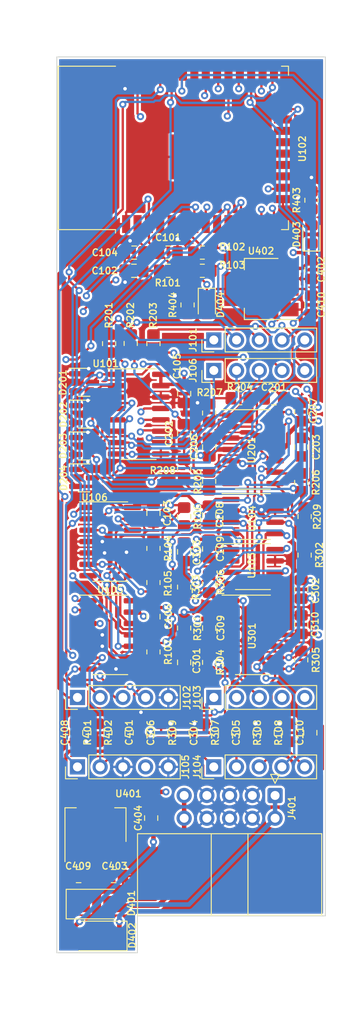
<source format=kicad_pcb>
(kicad_pcb (version 20211014) (generator pcbnew)
  (layers (0 "F.Cu" signal) (1 "In1.Cu" signal) (2 "In2.Cu" signal) (31 "B.Cu" signal) (34 "B.Paste" user) (35 "F.Paste" user) (36 "B.SilkS" user "B.Silkscreen") (37 "F.SilkS" user "F.Silkscreen") (38 "B.Mask" user) (39 "F.Mask" user) (44 "Edge.Cuts" user))
  (net 0 "")
  (net 1 "/RST")
  (net 2 "GND")
  (net 3 "+5V")
  (net 4 "+3V3")
  (net 5 "/RES0_W1")
  (net 6 "/DRY_WET")
  (net 7 "Net-(C201-Pad1)")
  (net 8 "Net-(C201-Pad2)")
  (net 9 "Net-(C202-Pad1)")
  (net 10 "Net-(C202-Pad2)")
  (net 11 "Net-(C203-Pad1)")
  (net 12 "Net-(C203-Pad2)")
  (net 13 "+12V")
  (net 14 "-12V")
  (net 15 "Net-(C301-Pad1)")
  (net 16 "Net-(C301-Pad2)")
  (net 17 "Net-(C302-Pad1)")
  (net 18 "Net-(C302-Pad2)")
  (net 19 "Net-(C303-Pad1)")
  (net 20 "Net-(C303-Pad2)")
  (net 21 "/output/OUT_1_OUT")
  (net 22 "/output/OUT_2_OUT")
  (net 23 "/output/OUT_0_OUT")
  (net 24 "Net-(D401-Pad2)")
  (net 25 "Net-(D402-Pad1)")
  (net 26 "Net-(J103-Pad4)")
  (net 27 "V_OFFSET")
  (net 28 "/LEDS")
  (net 29 "Net-(R106-Pad2)")
  (net 30 "/input/IN_0_IN+")
  (net 31 "/IN_0")
  (net 32 "/IN_1")
  (net 33 "/IN_2")
  (net 34 "/IN_3")
  (net 35 "/input/IN_1_IN+")
  (net 36 "/input/IN_2_IN+")
  (net 37 "/BOOT")
  (net 38 "/PROG_TX")
  (net 39 "/PROG_RX")
  (net 41 "/RES0_A1")
  (net 42 "/OUT_0")
  (net 43 "/RES1_W0")
  (net 44 "/RES1_W1")
  (net 45 "Net-(R104-Pad2)")
  (net 46 "/output/OUT_1+")
  (net 47 "/output/OUT_2+")
  (net 48 "/output/OUT_3+")
  (net 49 "/output/OUT_0+")
  (net 50 "/SW_0")
  (net 51 "/SW_1")
  (net 52 "/RES_0")
  (net 53 "/RES_1")
  (net 54 "/RES_2")
  (net 55 "/RES_3")
  (net 56 "/SPI3_CS_0")
  (net 57 "/SPI3_MOSI")
  (net 58 "/SPI3_MISO")
  (net 59 "/SPI3_CLK")
  (net 64 "/SPI2_CLK")
  (net 65 "/SPI2_MISO")
  (net 66 "/SPI2_MOSI")
  (net 73 "/SPI2_CS_0")
  (net 74 "/SPI3_CS_1")
  (net 75 "/SPI2_CS_1")
  (net 77 "/RES_~RS")
  (net 78 "/RES_~SHDN")
  (net 79 "/SPI2_CS_2")
  (net 83 "Net-(D403-Pad2)")
  (net 84 "Net-(D404-Pad2)")
  (net 85 "Net-(J103-Pad5)")
  (footprint "Package_SO:SOIC-14_3.9x8.7mm_P1.27mm" (layer "F.Cu") (at 21.909 64.516)
    (fp_text reference "U301")
    (fp_text value "MCP6004")
  )
  (footprint "Resistor_SMD:R_0805_2012Metric_Pad1.20x1.40mm_HandSolder" (layer "F.Cu") (at 14.224 59.182 90)
    (fp_text reference "R303")
    (fp_text value "47k")
  )
  (footprint "Resistor_SMD:R_0805_2012Metric_Pad1.20x1.40mm_HandSolder" (layer "F.Cu") (at 11.65336 75.438 -90)
    (fp_text reference "R309")
    (fp_text value "100K")
  )
  (footprint "Capacitor_SMD:C_0805_2012Metric_Pad1.18x1.45mm_HandSolder" (layer "F.Cu") (at 14.224 37.592 -90)
    (fp_text reference "C105")
    (fp_text value "100nF")
  )
  (footprint "Resistor_SMD:R_0805_2012Metric_Pad1.20x1.40mm_HandSolder" (layer "F.Cu") (at 5.842 32.004 -90)
    (fp_text reference "R201")
    (fp_text value "100K")
  )
  (footprint "Resistor_SMD:R_0805_2012Metric_Pad1.20x1.40mm_HandSolder" (layer "F.Cu") (at 27.686 51.308 90)
    (fp_text reference "R209")
    (fp_text value "100R")
  )
  (footprint "Capacitor_SMD:C_0805_2012Metric_Pad1.18x1.45mm_HandSolder" (layer "F.Cu") (at 28.448 27.686 -90)
    (fp_text reference "C410")
    (fp_text value "10uF")
  )
  (footprint "Resistor_SMD:R_0805_2012Metric_Pad1.20x1.40mm_HandSolder" (layer "F.Cu") (at 16.256 23.876)
    (fp_text reference "R103")
    (fp_text value "1K")
  )
  (footprint "Package_SO:SOIC-14_3.9x8.7mm_P1.27mm" (layer "F.Cu") (at 5.969 54.102)
    (fp_text reference "U106")
    (fp_text value "MCP42010-E/SL")
  )
  (footprint "Resistor_SMD:R_0805_2012Metric_Pad1.20x1.40mm_HandSolder" (layer "F.Cu") (at 17.018 67.5855 -90)
    (fp_text reference "R304")
    (fp_text value "100K")
  )
  (footprint "Resistor_SMD:R_0805_2012Metric_Pad1.20x1.40mm_HandSolder" (layer "F.Cu") (at 14.605 27.686 90)
    (fp_text reference "R404")
    (fp_text value "150R")
  )
  (footprint "Capacitor_SMD:C_0805_2012Metric_Pad1.18x1.45mm_HandSolder" (layer "F.Cu") (at 9.27227 75.438 90)
    (fp_text reference "C401")
    (fp_text value "100nF")
  )
  (footprint "Package_TO_SOT_SMD:SOT-223-3_TabPin2" (layer "F.Cu") (at 4.318 85.725 90)
    (fp_text reference "U401")
    (fp_text value "NCP1117-5.0_SOT223")
  )
  (footprint "Package_TO_SOT_SMD:SOT-23" (layer "F.Cu") (at 3.048 43.434)
    (fp_text reference "D203")
    (fp_text value "BAV99")
  )
  (footprint "Capacitor_SMD:C_0805_2012Metric_Pad1.18x1.45mm_HandSolder" (layer "F.Cu") (at 24.257 38.1 180)
    (fp_text reference "C201")
    (fp_text value "22pF")
  )
  (footprint "Capacitor_SMD:C_0805_2012Metric_Pad1.18x1.45mm_HandSolder" (layer "F.Cu") (at 10.541 84.963 90)
    (fp_text reference "C404")
    (fp_text value "10uF")
  )
  (footprint "Diode_SMD:D_SMA" (layer "F.Cu") (at 4.445 94.5642)
    (fp_text reference "D401")
    (fp_text value "S1A")
  )
  (footprint "Resistor_SMD:R_0805_2012Metric_Pad1.20x1.40mm_HandSolder" (layer "F.Cu") (at 16.41554 75.438 -90)
    (fp_text reference "R307")
    (fp_text value "100K")
  )
  (footprint "Connector_IDC:IDC-Header_2x05_P2.54mm_Horizontal" (layer "F.Cu") (at 24.384 82.4405 -90)
    (fp_text reference "J401")
    (fp_text value "Conn_02x05_Odd_Even")
  )
  (footprint "Connector_PinHeader_2.54mm:PinHeader_1x05_P2.54mm_Vertical" (layer "F.Cu") (at 17.54 31.6 90)
    (fp_text reference "J101")
    (fp_text value "Conn_01x06")
  )
  (footprint "Package_SO:SOIC-8_3.9x4.9mm_P1.27mm" (layer "F.Cu") (at 21.909 56.896)
    (fp_text reference "U103")
    (fp_text value "MCP4822-E/SN")
  )
  (footprint "Capacitor_SMD:C_0805_2012Metric_Pad1.18x1.45mm_HandSolder" (layer "F.Cu") (at 27.305 63.373 90)
    (fp_text reference "C310")
    (fp_text value "100nF")
  )
  (footprint "Capacitor_SMD:C_0805_2012Metric_Pad1.18x1.45mm_HandSolder" (layer "F.Cu") (at 2.159 75.438 -90)
    (fp_text reference "C408")
    (fp_text value "100nF")
  )
  (footprint "Resistor_SMD:R_0805_2012Metric_Pad1.20x1.40mm_HandSolder" (layer "F.Cu") (at 10.795 54.864 -90)
    (fp_text reference "R104")
    (fp_text value "1K")
  )
  (footprint "Resistor_SMD:R_0805_2012Metric_Pad1.20x1.40mm_HandSolder" (layer "F.Cu") (at 4.54009 75.438 -90)
    (fp_text reference "R402")
    (fp_text value "56k")
  )
  (footprint "Resistor_SMD:R_0805_2012Metric_Pad1.20x1.40mm_HandSolder" (layer "F.Cu") (at 14.224 45.974 -90)
    (fp_text reference "R208")
    (fp_text value "100R")
  )
  (footprint "Capacitor_SMD:C_0805_2012Metric_Pad1.18x1.45mm_HandSolder" (layer "F.Cu") (at 10.795 50.927 -90)
    (fp_text reference "C103")
    (fp_text value "100nF")
  )
  (footprint "Package_TO_SOT_SMD:SOT-23" (layer "F.Cu") (at 3.048 39.878)
    (fp_text reference "D202")
    (fp_text value "BAV99")
  )
  (footprint "Capacitor_SMD:C_0805_2012Metric_Pad1.18x1.45mm_HandSolder" (layer "F.Cu") (at 17.018 43.561 90)
    (fp_text reference "C206")
    (fp_text value "100nF")
  )
  (footprint "LED_SMD:LED_0805_2012Metric_Pad1.15x1.40mm_HandSolder" (layer "F.Cu") (at 16.764 27.686 -90)
    (fp_text reference "D404")
    (fp_text value "LED")
  )
  (footprint "Capacitor_SMD:C_0805_2012Metric_Pad1.18x1.45mm_HandSolder" (layer "F.Cu") (at 8.636 21.844 180)
    (fp_text reference "C104")
    (fp_text value "100nF")
  )
  (footprint "Resistor_SMD:R_0805_2012Metric_Pad1.20x1.40mm_HandSolder" (layer "F.Cu") (at 10.795 58.674 90)
    (fp_text reference "R105")
    (fp_text value "1K")
  )
  (footprint "Package_SO:SOIC-8_3.9x4.9mm_P1.27mm" (layer "F.Cu") (at 21.909 51.308)
    (fp_text reference "U104")
    (fp_text value "MCP4822-E/SN")
  )
  (footprint "Resistor_SMD:R_0805_2012Metric_Pad1.20x1.40mm_HandSolder" (layer "F.Cu") (at 28.448 16.002 90)
    (fp_text reference "R403")
    (fp_text value "150R")
  )
  (footprint "Resistor_SMD:R_0805_2012Metric_Pad1.20x1.40mm_HandSolder" (layer "F.Cu") (at 27.305 67.31 -90)
    (fp_text reference "R305")
    (fp_text value "100K")
  )
  (footprint "Capacitor_SMD:C_0805_2012Metric_Pad1.18x1.45mm_HandSolder" (layer "F.Cu") (at 28.321 75.438 -90)
    (fp_text reference "C110")
    (fp_text value "1uF")
  )
  (footprint "Capacitor_SMD:C_0805_2012Metric_Pad1.18x1.45mm_HandSolder" (layer "F.Cu") (at 14.224 42.037 90)
    (fp_text reference "C202")
    (fp_text value "22pF")
  )
  (footprint "Connector_PinHeader_2.54mm:PinHeader_1x05_P2.54mm_Vertical" (layer "F.Cu") (at 17.54 71.5 90)
    (fp_text reference "J103")
    (fp_text value "Conn_01x05")
  )
  (footprint "Resistor_SMD:R_0805_2012Metric_Pad1.20x1.40mm_HandSolder" (layer "F.Cu") (at 8.255 31.988 -90)
    (fp_text reference "R202")
    (fp_text value "100K")
  )
  (footprint "Connector_PinHeader_2.54mm:PinHeader_1x05_P2.54mm_Vertical" (layer "F.Cu") (at 2.3 71.5 90)
    (fp_text reference "J102")
    (fp_text value "Conn_01x05")
  )
  (footprint "Resistor_SMD:R_0805_2012Metric_Pad1.20x1.40mm_HandSolder" (layer "F.Cu") (at 21.17772 75.438 -90)
    (fp_text reference "R308")
    (fp_text value "100K")
  )
  (footprint "Resistor_SMD:R_0805_2012Metric_Pad1.20x1.40mm_HandSolder" (layer "F.Cu") (at 17.018 58.801 90)
    (fp_text reference "R306")
    (fp_text value "100K")
  )
  (footprint "Package_SO:SOIC-14_3.9x8.7mm_P1.27mm" (layer "F.Cu") (at 5.969 64.516)
    (fp_text reference "U105")
    (fp_text value "MCP42010-E/SL")
  )
  (footprint "Resistor_SMD:R_0805_2012Metric_Pad1.20x1.40mm_HandSolder" (layer "F.Cu") (at 14.224 51.308 -90)
    (fp_text reference "R106")
    (fp_text value "1K")
  )
  (footprint "RF_Module:ESP32-WROOM-32" (layer "F.Cu") (at 16.002 10.16 90)
    (fp_text reference "U102")
    (fp_text value "ESP32-WROOM-32")
  )
  (footprint "Connector_PinHeader_2.54mm:PinHeader_1x05_P2.54mm_Vertical" (layer "F.Cu") (at 2.3 79.25 90)
    (fp_text reference "J105")
    (fp_text value "Conn_01x05")
  )
  (footprint "Capacitor_SMD:C_0805_2012Metric_Pad1.18x1.45mm_HandSolder" (layer "F.Cu") (at 8.6145 23.876 180)
    (fp_text reference "C102")
    (fp_text value "1uF")
  )
  (footprint "Diode_SMD:D_SMA" (layer "F.Cu") (at 4.445 98.1202 180)
    (fp_text reference "D402")
    (fp_text value "S1A")
  )
  (footprint "Resistor_SMD:R_0805_2012Metric_Pad1.20x1.40mm_HandSolder" (layer "F.Cu") (at 6.89118 75.438 90)
    (fp_text reference "R401")
    (fp_text value "100K")
  )
  (footprint "Capacitor_SMD:C_0805_2012Metric_Pad1.18x1.45mm_HandSolder" (layer "F.Cu") (at 27.305 59.436 90)
    (fp_text reference "C302")
    (fp_text value "22pF")
  )
  (footprint "Capacitor_SMD:C_0805_2012Metric_Pad1.18x1.45mm_HandSolder" (layer "F.Cu") (at 12.446 21.844)
    (fp_text reference "C101")
    (fp_text value "100nF")
  )
  (footprint "Capacitor_SMD:C_0805_2012Metric_Pad1.18x1.45mm_HandSolder" (layer "F.Cu") (at 14.224 67.5855 90)
    (fp_text reference "C301")
    (fp_text value "22pF")
  )
  (footprint "Resistor_SMD:R_0805_2012Metric_Pad1.20x1.40mm_HandSolder" (layer "F.Cu") (at 16.256 21.844)
    (fp_text reference "R102")
    (fp_text value "1K")
  )
  (footprint "Capacitor_SMD:C_0805_2012Metric_Pad1.18x1.45mm_HandSolder" (layer "F.Cu") (at 17.018 63.754 -90)
    (fp_text reference "C309")
    (fp_text value "100nF")
  )
  (footprint "Capacitor_SMD:C_0805_2012Metric_Pad1.18x1.45mm_HandSolder" (layer "F.Cu") (at 10.795 62.484 -90)
    (fp_text reference "C106")
    (fp_text value "100nF")
  )
  (footprint "Capacitor_SMD:C_0805_2012Metric_Pad1.18x1.45mm_HandSolder" (layer "F.Cu") (at 23.55881 75.438 90)
    (fp_text reference "C305")
    (fp_text value "1uF")
  )
  (footprint "Package_TO_SOT_SMD:SOT-23" (layer "F.Cu") (at 3.048 46.99)
    (fp_text reference "D204")
    (fp_text value "BAV99")
  )
  (footprint "Capacitor_SMD:C_0805_2012Metric_Pad1.18x1.45mm_HandSolder" (layer "F.Cu") (at 28.448 23.749 -90)
    (fp_text reference "C402")
    (fp_text value "10uF")
  )
  (footprint "Resistor_SMD:R_0805_2012Metric_Pad1.20x1.40mm_HandSolder" (layer "F.Cu") (at 12.446 23.876)
    (fp_text reference "R101")
    (fp_text value "1K")
  )
  (footprint "Package_TO_SOT_SMD:SOT-223-3_TabPin2" (layer "F.Cu") (at 22.86 25.908 180)
    (fp_text reference "U402")
    (fp_text value "NCP1117-3.3_SOT223")
  )
  (footprint "Capacitor_SMD:C_0805_2012Metric_Pad1.18x1.45mm_HandSolder" (layer "F.Cu") (at 14.03445 75.438 90)
    (fp_text reference "C306")
    (fp_text value "1uF")
  )
  (footprint "Package_TO_SOT_SMD:SOT-23" (layer "F.Cu") (at 3.048 36.322)
    (fp_text reference "D201")
    (fp_text value "BAV99")
  )
  (footprint "Capacitor_SMD:C_0805_2012Metric_Pad1.18x1.45mm_HandSolder" (layer "F.Cu") (at 27.305 43.561 -90)
    (fp_text reference "C203")
    (fp_text value "22pF")
  )
  (footprint "Capacitor_SMD:C_0805_2012Metric_Pad1.18x1.45mm_HandSolder" (layer "F.Cu") (at 27.305 39.624 90)
    (fp_text reference "C207")
    (fp_text value "100nF")
  )
  (footprint "Package_SO:SOIC-16_3.9x9.9mm_P1.27mm" (layer "F.Cu") (at 9.144 39.878)
    (fp_text reference "U101")
    (fp_text value "MCP3008-I/SL")
  )
  (footprint "Package_SO:SOIC-14_3.9x8.7mm_P1.27mm" (layer "F.Cu") (at 21.909 43.815)
    (fp_text reference "U201")
    (fp_text value "MCP6004")
  )
  (footprint "Capacitor_SMD:C_0805_2012Metric_Pad1.18x1.45mm_HandSolder" (layer "F.Cu") (at 17.018 54.9187 -90)
    (fp_text reference "C109")
    (fp_text value "100nF")
  )
  (footprint "Resistor_SMD:R_0805_2012Metric_Pad1.20x1.40mm_HandSolder" (layer "F.Cu") (at 17.018 47.371 -90)
    (fp_text reference "R205")
    (fp_text value "47k")
  )
  (footprint "Capacitor_SMD:C_0805_2012Metric_Pad1.18x1.45mm_HandSolder" (layer "F.Cu") (at 14.224 55.245 -90)
    (fp_text reference "C303")
    (fp_text value "22pF")
  )
  (footprint "Capacitor_SMD:C_0805_2012Metric_Pad1.18x1.45mm_HandSolder" (layer "F.Cu") (at 18.79663 75.438 90)
    (fp_text reference "C304")
    (fp_text value "1uF")
  )
  (footprint "Capacitor_SMD:C_0805_2012Metric_Pad1.18x1.45mm_HandSolder" (layer "F.Cu") (at 17.018 51.1302 -90)
    (fp_text reference "C108")
    (fp_text value "100nF")
  )
  (footprint "Resistor_SMD:R_0805_2012Metric_Pad1.20x1.40mm_HandSolder" (layer "F.Cu") (at 14.224 63.754 -90)
    (fp_text reference "R301")
    (fp_text value "47k")
  )
  (footprint "Resistor_SMD:R_0805_2012Metric_Pad1.20x1.40mm_HandSolder" (layer "F.Cu") (at 20.447 38.1 180)
    (fp_text reference "R204")
    (fp_text value "47k")
  )
  (footprint "LED_SMD:LED_0805_2012Metric_Pad1.15x1.40mm_HandSolder" (layer "F.Cu") (at 28.448 19.812 90)
    (fp_text reference "D403")
    (fp_text value "LED")
  )
  (footprint "Resistor_SMD:R_0805_2012Metric_Pad1.20x1.40mm_HandSolder" (layer "F.Cu") (at 25.9399 75.438 -90)
    (fp_text reference "R108")
    (fp_text value "100K")
  )
  (footprint "Resistor_SMD:R_0805_2012Metric_Pad1.20x1.40mm_HandSolder" (layer "F.Cu") (at 10.795 32.004 -90)
    (fp_text reference "R203")
    (fp_text value "100K")
  )
  (footprint "Resistor_SMD:R_0805_2012Metric_Pad1.20x1.40mm_HandSolder" (layer "F.Cu") (at 17.018 39.751 90)
    (fp_text reference "R207")
    (fp_text value "100R")
  )
  (footprint "Resistor_SMD:R_0805_2012Metric_Pad1.20x1.40mm_HandSolder" (layer "F.Cu") (at 10.795 66.421 -90)
    (fp_text reference "R107")
    (fp_text value "100R")
  )
  (footprint "Connector_PinHeader_2.54mm:PinHeader_1x05_P2.54mm_Vertical" (layer "F.Cu") (at 17.531 79.25 90)
    (fp_text reference "J104")
    (fp_text value "Conn_01x05")
  )
  (footprint "Connector_PinHeader_2.54mm:PinHeader_1x05_P2.54mm_Vertical" (layer "F.Cu") (at 17.54 35 90)
    (fp_text reference "J106")
    (fp_text value "Conn_01x05")
  )
  (footprint "Capacitor_SMD:C_0805_2012Metric_Pad1.18x1.45mm_HandSolder" (layer "F.Cu") (at 2.4345 91.44 180)
    (fp_text reference "C409")
    (fp_text value "10uF")
  )
  (footprint "Resistor_SMD:R_0805_2012Metric_Pad1.20x1.40mm_HandSolder" (layer "F.Cu") (at 27.686 55.61 -90)
    (fp_text reference "R302")
    (fp_text value "47k")
  )
  (footprint "Capacitor_SMD:C_0805_2012Metric_Pad1.18x1.45mm_HandSolder" (layer "F.Cu") (at 6.35 91.44)
    (fp_text reference "C403")
    (fp_text value "10uF")
  )
  (footprint "Resistor_SMD:R_0805_2012Metric_Pad1.20x1.40mm_HandSolder" (layer "F.Cu") (at 27.305 47.498 -90)
    (fp_text reference "R206")
    (fp_text value "47k")
  )
  (gr_line (start 9 95.885) (end 9 100) (layer "Edge.Cuts") (width 0.1))
  (gr_line (start 0 0) (end 0 100) (layer "Edge.Cuts") (width 0.1))
  (gr_line (start 30 0) (end 30 95.885) (layer "Edge.Cuts") (width 0.1))
  (gr_line (start 9 95.885) (end 30 95.885) (layer "Edge.Cuts") (width 0.1))
  (gr_line (start 0 0) (end 30 0) (layer "Edge.Cuts") (width 0.1))
  (gr_line (start 0 100) (end 9 100) (layer "Edge.Cuts") (width 0.1))
  (segment (start 3.389511 70.049511) (end 1.33615 70.049511) (width 0.254) (layer "F.Cu") (net 1))
  (segment (start 10.287 20.7225) (end 10.287 18.66) (width 0.254) (layer "F.Cu") (net 1))
  (segment (start 10.287 15.96056) (end 10.1955 15.86906) (width 0.254) (layer "F.Cu") (net 1))
  (segment (start 0.597988 49.371438) (end 0.903101 49.066325) (width 0.254) (layer "F.Cu") (net 1))
  (segment (start 1.33615 70.049511) (end 0.597988 69.311349) (width 0.254) (layer "F.Cu") (net 1))
  (segment (start 10.287 18.66) (end 10.287 15.96056) (width 0.254) (layer "F.Cu") (net 1))
  (segment (start 13.4405 23.876) (end 11.4085 21.844) (width 0.254) (layer "F.Cu") (net 1))
  (segment (start 0.597988 69.311349) (end 0.597988 49.371438) (width 0.254) (layer "F.Cu") (net 1))
  (segment (start 13.446 23.876) (end 13.4405 23.876) (width 0.254) (layer "F.Cu") (net 1))
  (segment (start 11.4085 21.844) (end 10.287 20.7225) (width 0.254) (layer "F.Cu") (net 1))
  (segment (start 4.84 71.5) (end 3.389511 70.049511) (width 0.254) (layer "F.Cu") (net 1))
  (via (at 0.903101 49.066325) (size 0.8) (drill 0.4) (layers "F.Cu" "B.Cu") (net 1))
  (via (at 10.1955 15.86906) (size 0.8) (drill 0.4) (layers "F.Cu" "B.Cu") (net 1))
  (segment (start 0.283785 26.129671) (end 2.101365 24.312091) (width 0.254) (layer "B.Cu") (net 1))
  (segment (start 0.283785 48.447009) (end 0.283785 26.129671) (width 0.254) (layer "B.Cu") (net 1))
  (segment (start 2.101365 24.312091) (end 2.101365 23.963195) (width 0.254) (layer "B.Cu") (net 1))
  (segment (start 2.101365 23.963195) (end 10.1955 15.86906) (width 0.254) (layer "B.Cu") (net 1))
  (segment (start 0.903101 49.066325) (end 0.283785 48.447009) (width 0.254) (layer "B.Cu") (net 1))
  (segment (start 24.384 50.673) (end 22.987 50.673) (width 0.254) (layer "F.Cu") (net 2))
  (segment (start 7.747 3.429) (end 7.62 3.556) (width 0.254) (layer "F.Cu") (net 2))
  (segment (start 17.018 52.2185) (end 17.1235 52.2185) (width 0.254) (layer "F.Cu") (net 2))
  (segment (start 14.605 26.686) (end 13.224 26.686) (width 0.254) (layer "F.Cu") (net 2))
  (segment (start 4.54009 76.438) (end 3.318 76.438) (width 0.254) (layer "F.Cu") (net 2))
  (segment (start 11.65336 74.438) (end 12.69395 74.438) (width 0.254) (layer "F.Cu") (net 2))
  (segment (start 26.797 15.875) (end 26.924 15.748) (width 0.254) (layer "F.Cu") (net 2))
  (segment (start 8.444 55.372) (end 7.866156 55.372) (width 0.254) (layer "F.Cu") (net 2))
  (segment (start 2.892011 38.928) (end 3.466011 38.354) (width 0.254) (layer "F.Cu") (net 2))
  (segment (start 2.1105 35.372) (end 2.982 35.372) (width 0.254) (layer "F.Cu") (net 2))
  (segment (start 3.2805 76.4755) (end 3.318 76.438) (width 0.254) (layer "F.Cu") (net 2))
  (segment (start 9.27227 74.4005) (end 9.27227 73.27773) (width 0.254) (layer "F.Cu") (net 2))
  (segment (start 12.69395 74.438) (end 12.70995 74.422) (width 0.254) (layer "F.Cu") (net 2))
  (segment (start 7.577 23.876) (end 7.577 25.103) (width 0.254) (layer "F.Cu") (net 2))
  (segment (start 17.018 55.9015) (end 15.781 55.9015) (width 0.254) (layer "F.Cu") (net 2))
  (segment (start 25.257 15.875) (end 26.797 15.875) (width 0.254) (layer "F.Cu") (net 2))
  (segment (start 3.494 64.516) (end 5.08 64.516) (width 0.254) (layer "F.Cu") (net 2))
  (segment (start 8.444 68.326) (end 6.615428 68.326) (width 0.254) (layer "F.Cu") (net 2))
  (segment (start 2.1105 38.928) (end 2.892011 38.928) (width 0.254) (layer "F.Cu") (net 2))
  (segment (start 9.27227 73.27773) (end 9.398 73.152) (width 0.254) (layer "F.Cu") (net 2))
  (segment (start 11.540072 51.9645) (end 11.813286 51.691286) (width 0.254) (layer "F.Cu") (net 2))
  (segment (start 16.41554 74.438) (end 15.4015 74.438) (width 0.254) (layer "F.Cu") (net 2))
  (segment (start 13.224 26.686) (end 13.208 26.67) (width 0.254) (layer "F.Cu") (net 2))
  (segment (start 2.982 35.372) (end 3.556 34.798) (width 0.254) (layer "F.Cu") (net 2))
  (segment (start 7.5985 21.109991) (end 8.181541 20.52695) (width 0.254) (layer "F.Cu") (net 2))
  (segment (start 14.224 38.6295) (end 13.5675 37.973) (width 0.254) (layer "F.Cu") (net 2))
  (segment (start 10.795 51.9645) (end 11.540072 51.9645) (width 0.254) (layer "F.Cu") (net 2))
  (segment (start 3.494 54.102) (end 5.08 54.102) (width 0.254) (layer "F.Cu") (net 2))
  (segment (start 28.448 15.002) (end 28.448 13.462) (width 0.254) (layer "F.Cu") (net 2))
  (segment (start 15.781 55.9015) (end 15.5485 56.134) (width 0.254) (layer "F.Cu") (net 2))
  (segment (start 7.577 25.103) (end 7.62 25.146) (width 0.254) (layer "F.Cu") (net 2))
  (segment (start 21.17772 74.438) (end 22.21831 74.438) (width 0.254) (layer "F.Cu") (net 2))
  (segment (start 7.5985 21.844) (end 7.5985 21.109991) (width 0.254) (layer "F.Cu") (net 2))
  (segment (start 7.747 1.66) (end 7.747 3.429) (width 0.254) (layer "F.Cu") (net 2))
  (segment (start 22.21831 74.438) (end 22.23431 74.422) (width 0.254) (layer "F.Cu") (net 2))
  (segment (start 14.224 38.6295) (end 15.697 38.6295) (width 0.254) (layer "F.Cu") (net 2))
  (segment (start 7.866156 55.372) (end 7.784011 55.289855) (width 0.254) (layer "F.Cu") (net 2))
  (segment (start 2.1105 42.484) (end 2.892011 42.484) (width 0.254) (layer "F.Cu") (net 2))
  (segment (start 15.4015 74.438) (end 15.3855 74.422) (width 0.254) (layer "F.Cu") (net 2))
  (segment (start 12.1119 63.5215) (end 12.2428 63.6524) (width 0.254) (layer "F.Cu") (net 2))
  (segment (start 2.614094 46.04) (end 3.466011 45.188083) (width 0.254) (layer "F.Cu") (net 2))
  (segment (start 13.5675 37.973) (end 11.619 37.973) (width 0.254) (layer "F.Cu") (net 2))
  (segment (start 13.4835 20.3415) (end 13.462 20.32) (width 0.254) (layer "F.Cu") (net 2))
  (segment (start 3.494 55.372) (end 5.334 55.372) (width 0.254) (layer "F.Cu") (net 2))
  (segment (start 24.89931 74.438) (end 24.88331 74.422) (width 0.254) (layer "F.Cu") (net 2))
  (segment (start 15.697 38.6295) (end 15.7185 38.608) (width 0.254) (layer "F.Cu") (net 2))
  (segment (start 22.987 50.673) (end 22.86 50.546) (width 0.254) (layer "F.Cu") (net 2))
  (segment (start 2.159 76.4755) (end 3.2805 76.4755) (width 0.254) (layer "F.Cu") (net 2))
  (segment (start 3.494 65.786) (end 5.08 65.786) (width 0.254) (layer "F.Cu") (net 2))
  (segment (start 10.795 63.5215) (end 12.1119 63.5215) (width 0.254) (layer "F.Cu") (net 2))
  (segment (start 17.1235 52.2185) (end 18.034 51.308) (width 0.254) (layer "F.Cu") (net 2))
  (segment (start 6.615428 68.326) (end 6.609714 68.320286) (width 0.254) (layer "F.Cu") (net 2))
  (segment (start 2.1105 46.04) (end 2.614094 46.04) (width 0.254) (layer "F.Cu") (net 2))
  (segment (start 13.4835 21.844) (end 13.4835 20.3415) (width 0.254) (layer "F.Cu") (net 2))
  (segment (start 25.9399 74.438) (end 24.89931 74.438) (width 0.254) (layer "F.Cu") (net 2))
  (segment (start 2.892011 42.484) (end 3.466011 41.91) (width 0.254) (layer "F.Cu") (net 2))
  (via (at 7.784011 55.289855) (size 0.8) (drill 0.4) (layers "F.Cu" "B.Cu") (net 2))
  (via (at 8.181541 20.52695) (size 0.8) (drill 0.4) (layers "F.Cu" "B.Cu") (net 2))
  (via (at 3.318 76.438) (size 0.8) (drill 0.4) (layers "F.Cu" "B.Cu") (net 2))
  (via (at 28.448 13.462) (size 0.8) (drill 0.4) (layers "F.Cu" "B.Cu") (net 2))
  (via (at 5.334 55.372) (size 0.8) (drill 0.4) (layers "F.Cu" "B.Cu") (net 2))
  (via (at 9.398 73.152) (size 0.8) (drill 0.4) (layers "F.Cu" "B.Cu") (net 2))
  (via (at 3.556 34.798) (size 0.8) (drill 0.4) (layers "F.Cu" "B.Cu") (net 2))
  (via (at 5.08 64.516) (size 0.8) (drill 0.4) (layers "F.Cu" "B.Cu") (net 2))
  (via (at 6.609714 68.320286) (size 0.8) (drill 0.4) (layers "F.Cu" "B.Cu") (net 2))
  (via (at 7.62 25.146) (size 0.8) (drill 0.4) (layers "F.Cu" "B.Cu") (net 2))
  (via (at 22.23431 74.422) (size 0.8) (drill 0.4) (layers "F.Cu" "B.Cu") (net 2))
  (via (at 15.5485 56.134) (size 0.8) (drill 0.4) (layers "F.Cu" "B.Cu") (net 2))
  (via (at 3.466011 41.91) (size 0.8) (drill 0.4) (layers "F.Cu" "B.Cu") (net 2))
  (via (at 5.08 65.786) (size 0.8) (drill 0.4) (layers "F.Cu" "B.Cu") (net 2))
  (via (at 13.462 20.32) (size 0.8) (drill 0.4) (layers "F.Cu" "B.Cu") (net 2))
  (via (at 3.466011 45.188083) (size 0.8) (drill 0.4) (layers "F.Cu" "B.Cu") (net 2))
  (via (at 12.70995 74.422) (size 0.8) (drill 0.4) (layers "F.Cu" "B.Cu") (net 2))
  (via (at 18.034 51.308) (size 0.8) (drill 0.4) (layers "F.Cu" "B.Cu") (net 2))
  (via (at 22.86 50.546) (size 0.8) (drill 0.4) (layers "F.Cu" "B.Cu") (net 2))
  (via (at 26.924 15.748) (size 0.8) (drill 0.4) (layers "F.Cu" "B.Cu") (net 2))
  (via (at 5.08 54.102) (size 0.8) (drill 0.4) (layers "F.Cu" "B.Cu") (net 2))
  (via (at 13.208 26.67) (size 0.8) (drill 0.4) (layers "F.Cu" "B.Cu") (net 2))
  (via (at 12.2428 63.6524) (size 0.8) (drill 0.4) (layers "F.Cu" "B.Cu") (net 2))
  (via (at 15.7185 38.608) (size 0.8) (drill 0.4) (layers "F.Cu" "B.Cu") (net 2))
  (via (at 24.88331 74.422) (size 0.8) (drill 0.4) (layers "F.Cu" "B.Cu") (net 2))
  (via (at 3.466011 38.354) (size 0.8) (drill 0.4) (layers "F.Cu" "B.Cu") (net 2))
  (via (at 7.62 3.556) (size 0.8) (drill 0.4) (layers "F.Cu" "B.Cu") (net 2))
  (via (at 11.813286 51.691286) (size 0.8) (drill 0.4) (layers "F.Cu" "B.Cu") (net 2))
  (via (at 15.3855 74.422) (size 0.8) (drill 0.4) (layers "F.Cu" "B.Cu") (net 2))
  (segment (start 6.112 76.438) (end 6.89118 76.438) (width 0.378) (layer "F.Cu") (net 3))
  (segment (start 28.448 22.7115) (end 28.3425 22.7115) (width 0.378) (layer "F.Cu") (net 3))
  (segment (start 0.93048 39.64798) (end 0.93048 38.45202) (width 0.378) (layer "F.Cu") (net 3))
  (segment (start 8.444 50.292) (end 7.366 50.292) (width 0.378) (layer "F.Cu") (net 3))
  (segment (start 3.472 91.143) (end 4.318 90.297) (width 0.378) (layer "F.Cu") (net 3))
  (segment (start 14.63687 48.941499) (end 15.714852 50.019481) (width 0.378) (layer "F.Cu") (net 3))
  (segment (start 11.619 36.703) (end 11.619 35.433) (width 0.378) (layer "F.Cu") (net 3))
  (segment (start 2.1105 47.94) (end 0.93048 46.75998) (width 0.378) (layer "F.Cu") (net 3))
  (segment (start 16.992134 50.169366) (end 15.714852 50.169366) (width 0.378) (layer "F.Cu") (net 3))
  (segment (start 27.5805 21.844) (end 28.448 22.7115) (width 0.378) (layer "F.Cu") (net 3))
  (segment (start 10.0545 60.706) (end 8.444 60.706) (width 0.378) (layer "F.Cu") (net 3))
  (segment (start 11.7675 36.5545) (end 11.619 36.703) (width 0.378) (layer "F.Cu") (net 3))
  (segment (start 10.795 61.4465) (end 10.0545 60.706) (width 0.378) (layer "F.Cu") (net 3))
  (segment (start 14.224 35.306) (end 14.224 36.5545) (width 0.378) (layer "F.Cu") (net 3))
  (segment (start 15.602155 53.845007) (end 16.999493 53.845007) (width 0.378) (layer "F.Cu") (net 3))
  (segment (start 18.64952 53.95552) (end 19.434 54.74) (width 0.378) (layer "F.Cu") (net 3))
  (segment (start 0.93048 43.20398) (end 0.93048 42.00802) (width 0.378) (layer "F.Cu") (net 3))
  (segment (start 27.446 23.608) (end 26.01 23.608) (width 0.378) (layer "F.Cu") (net 3))
  (segment (start 14.224 36.5545) (end 11.7675 36.5545) (width 0.378) (layer "F.Cu") (net 3))
  (segment (start 4.318 88.875) (end 4.318 82.575) (width 0.378) (layer "F.Cu") (net 3))
  (segment (start 9.23477 76.438) (end 9.27227 76.4755) (width 0.378) (layer "F.Cu") (net 3))
  (segment (start 18.363571 53.95552) (end 18.64952 53.95552) (width 0.378) (layer "F.Cu") (net 3))
  (segment (start 9.27227 76.4755) (end 9.326775 76.4755) (width 0.378) (layer "F.Cu") (net 3))
  (segment (start 5.715 76.835) (end 6.112 76.438) (width 0.378) (layer "F.Cu") (net 3))
  (segment (start 11.743001 48.941499) (end 14.63687 48.941499) (width 0.378) (layer "F.Cu") (net 3))
  (segment (start 2.1105 44.384) (end 0.93048 43.20398) (width 0.378) (layer "F.Cu") (net 3))
  (segment (start 8.8465 49.8895) (end 8.444 50.292) (width 0.378) (layer "F.Cu") (net 3))
  (segment (start 26.416 21.844) (end 27.5805 21.844) (width 0.378) (layer "F.Cu") (net 3))
  (segment (start 0.93048 46.75998) (end 0.93048 45.56402) (width 0.378) (layer "F.Cu") (net 3))
  (segment (start 18.234551 53.8265) (end 18.363571 53.95552) (width 0.378) (layer "F.Cu") (net 3))
  (segment (start 0.93048 45.56402) (end 2.1105 44.384) (width 0.378) (layer "F.Cu") (net 3))
  (segment (start 15.714852 50.019481) (end 15.714852 50.169366) (width 0.378) (layer "F.Cu") (net 3))
  (segment (start 12.192 61.468) (end 10.8165 61.468) (width 0.378) (layer "F.Cu") (net 3))
  (segment (start 19.434 49.403) (end 17.7585 49.403) (width 0.378) (layer "F.Cu") (net 3))
  (segment (start 4.318 90.297) (end 4.318 88.875) (width 0.378) (layer "F.Cu") (net 3))
  (segment (start 16.999493 53.845007) (end 17.018 53.8265) (width 0.378) (layer "F.Cu") (net 3))
  (segment (start 9.326775 76.4755) (end 10.47698 75.325295) (width 0.378) (layer "F.Cu") (net 3))
  (segment (start 1.007489 77.89518) (end 1.397149 77.50552) (width 0.378) (layer "F.Cu") (net 3))
  (segment (start 7.366 50.292) (end 5.014 47.94) (width 0.378) (layer "F.Cu") (net 3))
  (segment (start 17.018 53.8265) (end 18.234551 53.8265) (width 0.378) (layer "F.Cu") (net 3))
  (segment (start 2.565 82.575) (end 1.007489 81.017489) (width 0.378) (layer "F.Cu") (net 3))
  (segment (start 6.89118 76.438) (end 9.23477 76.438) (width 0.378) (layer "F.Cu") (net 3))
  (segment (start 3.472 91.44) (end 3.472 91.143) (width 0.378) (layer "F.Cu") (net 3))
  (segment (start 5.715 77.042461) (end 5.715 76.835) (width 0.378) (layer "F.Cu") (net 3))
  (segment (start 10.795 49.8895) (end 8.8465 49.8895) (width 0.378) (layer "F.Cu") (net 3))
  (segment (start 0.93048 38.45202) (end 2.1105 37.272) (width 0.378) (layer "F.Cu") (net 3))
  (segment (start 2.1105 40.828) (end 0.93048 39.64798) (width 0.378) (layer "F.Cu") (net 3))
  (segment (start 17.7585 49.403) (end 16.992134 50.169366) (width 0.378) (layer "F.Cu") (net 3))
  (segment (start 0.93048 42.00802) (end 2.1105 40.828) (width 0.378) (layer "F.Cu") (net 3))
  (segment (start 10.8165 61.468) (end 10.795 61.4465) (width 0.378) (layer "F.Cu") (net 3))
  (segment (start 4.318 82.575) (end 2.565 82.575) (width 0.378) (layer "F.Cu") (net 3))
  (segment (start 28.3425 22.7115) (end 27.446 23.608) (width 0.378) (layer "F.Cu") (net 3))
  (segment (start 5.014 47.94) (end 2.1105 47.94) (width 0.378) (layer "F.Cu") (net 3))
  (segment (start 5.251941 77.50552) (end 5.715 77.042461) (width 0.378) (layer "F.Cu") (net 3))
  (segment (start 1.007489 81.017489) (end 1.007489 77.89518) (width 0.378) (layer "F.Cu") (net 3))
  (segment (start 28.448 22.7115) (end 28.448 20.837) (width 0.378) (layer "F.Cu") (net 3))
  (segment (start 1.397149 77.50552) (end 5.251941 77.50552) (width 0.378) (layer "F.Cu") (net 3))
  (segment (start 19.434 54.74) (end 19.434 54.991) (width 0.378) (layer "F.Cu") (net 3))
  (segment (start 10.795 49.8895) (end 11.743001 48.941499) (width 0.378) (layer "F.Cu") (net 3))
  (via (at 15.602155 53.845007) (size 0.8) (drill 0.4) (layers "F.Cu" "B.Cu") (net 3))
  (via (at 15.714852 50.169366) (size 0.8) (drill 0.4) (layers "F.Cu" "B.Cu") (net 3))
  (via (at 26.416 21.844) (size 0.8) (drill 0.4) (layers "F.Cu" "B.Cu") (net 3))
  (via (at 10.47698 75.325295) (size 0.8) (drill 0.4) (layers "F.Cu" "B.Cu") (net 3))
  (via (at 12.192 61.468) (size 0.8) (drill 0.4) (layers "F.Cu" "B.Cu") (net 3))
  (via (at 14.224 35.306) (size 0.8) (drill 0.4) (layers "F.Cu" "B.Cu") (net 3))
  (segment (start 16.764 72.276) (end 17.54 71.5) (width 0.378) (layer "B.Cu") (net 3))
  (segment (start 16.764 75.438) (end 16.764 72.276) (width 0.378) (layer "B.Cu") (net 3))
  (segment (start 10.47698 75.325295) (end 10.589685 75.438) (width 0.378) (layer "B.Cu") (net 3))
  (segment (start 10.589685 75.438) (end 16.764 75.438) (width 0.378) (layer "B.Cu") (net 3))
  (segment (start 28.448 26.6485) (end 27.7075 25.908) (width 0.254) (layer "F.Cu") (net 4))
  (segment (start 15.256 23.876) (end 15.256 21.844) (width 0.254) (layer "F.Cu") (net 4))
  (segment (start 14.22948 24.90252) (end 12.47252 24.90252) (width 0.254) (layer "F.Cu") (net 4))
  (segment (start 9.652 23.876) (end 9.652 21.8655) (width 0.254) (layer "F.Cu") (net 4))
  (segment (start 16.764 25.384) (end 15.256 23.876) (width 0.254) (layer "F.Cu") (net 4))
  (segment (start 15.256 23.876) (end 14.22948 24.90252) (width 0.254) (layer "F.Cu") (net 4))
  (segment (start 11.446 23.876) (end 9.652 23.876) (width 0.254) (layer "F.Cu") (net 4))
  (segment (start 16.764 25.4) (end 16.764 25.384) (width 0.254) (layer "F.Cu") (net 4))
  (segment (start 9.017 20.447) (end 9.017 18.66) (width 0.254) (layer "F.Cu") (net 4))
  (segment (start 27.7075 25.908) (end 26.01 25.908) (width 0.254) (layer "F.Cu") (net 4))
  (segment (start 9.652 21.8655) (end 9.6735 21.844) (width 0.254) (layer "F.Cu") (net 4))
  (segment (start 17.517 25.908) (end 16.764 26.661) (width 0.254) (layer "F.Cu") (net 4))
  (segment (start 26.01 25.908) (end 19.71 25.908) (width 0.254) (layer "F.Cu") (net 4))
  (segment (start 16.764 26.661) (end 16.764 25.4) (width 0.254) (layer "F.Cu") (net 4))
  (segment (start 9.6735 21.844) (end 9.6735 21.1035) (width 0.254) (layer "F.Cu") (net 4))
  (segment (start 9.6735 21.1035) (end 9.017 20.447) (width 0.254) (layer "F.Cu") (net 4))
  (segment (start 19.71 25.908) (end 17.517 25.908) (width 0.254) (layer "F.Cu") (net 4))
  (segment (start 12.47252 24.90252) (end 11.446 23.876) (width 0.254) (layer "F.Cu") (net 4))
  (via (at 16.764 25.4) (size 0.8) (drill 0.4) (layers "F.Cu" "B.Cu") (net 4))
  (segment (start 29.718 74.676) (end 29.4425 74.4005) (width 0.254) (layer "F.Cu") (net 5))
  (segment (start 5.08 67.056) (end 3.494 67.056) (width 0.254) (layer "F.Cu") (net 5))
  (segment (start 16.354489 79.074879) (end 16.354489 80.362489) (width 0.254) (layer "F.Cu") (net 5))
  (segment (start 6.62 77.47) (end 14.74961 77.47) (width 0.254) (layer "F.Cu") (net 5))
  (segment (start 28.448 80.772) (end 29.718 79.502) (width 0.254) (layer "F.Cu") (net 5))
  (segment (start 14.74961 77.47) (end 16.354489 79.074879) (width 0.254) (layer "F.Cu") (net 5))
  (segment (start 16.354489 80.362489) (end 16.764 80.772) (width 0.254) (layer "F.Cu") (net 5))
  (segment (start 29.718 79.502) (end 29.718 74.676) (width 0.254) (layer "F.Cu") (net 5))
  (segment (start 4.84 79.25) (end 6.62 77.47) (width 0.254) (layer "F.Cu") (net 5))
  (segment (start 16.764 80.772) (end 28.448 80.772) (width 0.254) (layer "F.Cu") (net 5))
  (segment (start 29.4425 74.4005) (end 28.321 74.4005) (width 0.254) (layer "F.Cu") (net 5))
  (via (at 5.08 67.056) (size 0.8) (drill 0.4) (layers "F.Cu" "B.Cu") (net 5))
  (segment (start 3.663489 71.987328) (end 3.663489 68.472511) (width 0.254) (layer "B.Cu") (net 5))
  (segment (start 4.84 79.25) (end 4.84 73.163839) (width 0.254) (layer "B.Cu") (net 5))
  (segment (start 3.663489 68.472511) (end 5.08 67.056) (width 0.254) (layer "B.Cu") (net 5))
  (segment (start 4.84 73.163839) (end 3.663489 71.987328) (width 0.254) (layer "B.Cu") (net 5))
  (segment (start 25.9399 76.438) (end 28.2835 76.438) (width 0.254) (layer "F.Cu") (net 6))
  (segment (start 25.9399 77.4989) (end 25.9399 76.438) (width 0.254) (layer "F.Cu") (net 6))
  (segment (start 27.691 79.25) (end 25.9399 77.4989) (width 0.254) (layer "F.Cu") (net 6))
  (segment (start 28.2835 76.438) (end 28.321 76.4755) (width 0.254) (layer "F.Cu") (net 6))
  (segment (start 19.434 40.005) (end 20.52048 38.91852) (width 0.254) (layer "F.Cu") (net 7))
  (segment (start 17.018 40.751) (end 17.764 40.005) (width 0.254) (layer "F.Cu") (net 7))
  (segment (start 24.24298 37.04848) (end 25.2945 38.1) (width 0.254) (layer "F.Cu") (net 7))
  (segment (start 17.764 40.005) (end 19.434 40.005) (width 0.254) (layer "F.Cu") (net 7))
  (segment (start 20.52048 37.13752) (end 20.60952 37.04848) (width 0.254) (layer "F.Cu") (net 7))
  (segment (start 20.60952 37.04848) (end 24.24298 37.04848) (width 0.254) (layer "F.Cu") (net 7))
  (segment (start 20.52048 38.91852) (end 20.52048 37.13752) (width 0.254) (layer "F.Cu") (net 7))
  (segment (start 19.434 41.275) (end 22.225 41.275) (width 0.254) (layer "F.Cu") (net 8))
  (segment (start 21.447 38.1) (end 22.352 38.1) (width 0.254) (layer "F.Cu") (net 8))
  (segment (start 22.352 41.148) (end 22.352 38.1) (width 0.254) (layer "F.Cu") (net 8))
  (segment (start 5.842 33.004) (end 6.334 33.004) (width 0.254) (layer "F.Cu") (net 8))
  (segment (start 22.352 38.1) (end 23.2195 38.1) (width 0.254) (layer "F.Cu") (net 8))
  (segment (start 22.225 41.275) (end 22.352 41.148) (width 0.254) (layer "F.Cu") (net 8))
  (segment (start 6.334 33.004) (end 7.62 34.29) (width 0.254) (layer "F.Cu") (net 8))
  (via (at 22.5705 41.323198) (size 0.8) (drill 0.4) (layers "F.Cu" "B.Cu") (net 8))
  (via (at 7.62 34.29) (size 0.8) (drill 0.4) (layers "F.Cu" "B.Cu") (net 8))
  (segment (start 6.35 46.482) (end 6.604 46.736) (width 0.254) (layer "B.Cu") (net 8))
  (segment (start 6.35 40.386) (end 6.35 46.482) (width 0.254) (layer "B.Cu") (net 8))
  (segment (start 17.405362 46.736) (end 22.5705 41.570862) (width 0.254) (layer "B.Cu") (net 8))
  (segment (start 7.62 34.29) (end 7.62 39.116) (width 0.254) (layer "B.Cu") (net 8))
  (segment (start 6.604 46.736) (end 17.405362 46.736) (width 0.254) (layer "B.Cu") (net 8))
  (segment (start 22.5705 41.570862) (end 22.5705 41.323198) (width 0.254) (layer "B.Cu") (net 8))
  (segment (start 7.62 39.116) (end 6.35 40.386) (width 0.254) (layer "B.Cu") (net 8))
  (segment (start 19.25348 47.44448) (end 19.434 47.625) (width 0.254) (layer "F.Cu") (net 9))
  (segment (start 14.224 43.0745) (end 14.224 44.974) (width 0.254) (layer "F.Cu") (net 9))
  (segment (start 16.309802 47.44448) (end 19.25348 47.44448) (width 0.254) (layer "F.Cu") (net 9))
  (segment (start 14.224 44.974) (end 14.224 45.358678) (width 0.254) (layer "F.Cu") (net 9))
  (segment (start 14.224 45.358678) (end 16.309802 47.44448) (width 0.254) (layer "F.Cu") (net 9))
  (segment (start 8.255 32.988) (end 8.670886 33.403886) (width 0.254) (layer "F.Cu") (net 10))
  (segment (start 19.418 46.371) (end 19.434 46.355) (width 0.254) (layer "F.Cu") (net 10))
  (segment (start 15.27552 42.05102) (end 15.27552 45.75552) (width 0.254) (layer "F.Cu") (net 10))
  (segment (start 8.670886 33.403886) (end 8.670886 34.480841) (width 0.254) (layer "F.Cu") (net 10))
  (segment (start 14.224 40.9995) (end 15.27552 42.05102) (width 0.254) (layer "F.Cu") (net 10))
  (segment (start 17.018 46.371) (end 19.418 46.371) (width 0.254) (layer "F.Cu") (net 10))
  (segment (start 15.891 46.371) (end 17.018 46.371) (width 0.254) (layer "F.Cu") (net 10))
  (segment (start 14.224 40.894) (end 13.208 39.878) (width 0.254) (layer "F.Cu") (net 10))
  (segment (start 15.27552 45.75552) (end 15.891 46.371) (width 0.254) (layer "F.Cu") (net 10))
  (segment (start 14.224 40.9995) (end 14.224 40.894) (width 0.254) (layer "F.Cu") (net 10))
  (via (at 13.208 39.878) (size 0.8) (drill 0.4) (layers "F.Cu" "B.Cu") (net 10))
  (via (at 8.670886 34.480841) (size 0.8) (drill 0.4) (layers "F.Cu" "B.Cu") (net 10))
  (segment (start 13.208 39.878) (end 8.670886 35.340886) (width 0.254) (layer "B.Cu") (net 10))
  (segment (start 8.670886 35.340886) (end 8.670886 34.480841) (width 0.254) (layer "B.Cu") (net 10))
  (segment (start 25.781 47.625) (end 24.384 47.625) (width 0.254) (layer "F.Cu") (net 11))
  (segment (start 26.27848 48.877521) (end 26.27848 50.771689) (width 0.254) (layer "F.Cu") (net 11))
  (segment (start 28.33152 47.086802) (end 27.993802 47.42452) (width 0.254) (layer "F.Cu") (net 11))
  (segment (start 27.993802 47.42452) (end 25.98148 47.42452) (width 0.254) (layer "F.Cu") (net 11))
  (segment (start 28.35652 45.884198) (end 28.33152 45.909198) (width 0.254) (layer "F.Cu") (net 11))
  (segment (start 27.305 42.5235) (end 28.0455 42.5235) (width 0.254) (layer "F.Cu") (net 11))
  (segment (start 28.0455 42.5235) (end 28.35652 42.83452) (width 0.254) (layer "F.Cu") (net 11))
  (segment (start 28.35652 42.83452) (end 28.35652 45.884198) (width 0.254) (layer "F.Cu") (net 11))
  (segment (start 26.27848 50.771689) (end 27.686 52.179209) (width 0.254) (layer "F.Cu") (net 11))
  (segment (start 25.636521 48.877521) (end 26.27848 48.877521) (width 0.254) (layer "F.Cu") (net 11))
  (segment (start 24.384 47.625) (end 25.636521 48.877521) (width 0.254) (layer "F.Cu") (net 11))
  (segment (start 25.98148 47.42452) (end 25.781 47.625) (width 0.254) (layer "F.Cu") (net 11))
  (segment (start 27.686 52.179209) (end 27.686 52.308) (width 0.254) (layer "F.Cu") (net 11))
  (segment (start 28.33152 45.909198) (end 28.33152 47.086802) (width 0.254) (layer "F.Cu") (net 11))
  (segment (start 27.305 52.308) (end 27.305 51.923322) (width 0.254) (layer "F.Cu") (net 11))
  (segment (start 24.019497 45.990497) (end 22.86 45.990497) (width 0.254) (layer "F.Cu") (net 12))
  (segment (start 27.305 44.5985) (end 27.305 46.498) (width 0.254) (layer "F.Cu") (net 12))
  (segment (start 27.305 46.498) (end 24.527 46.498) (width 0.254) (layer "F.Cu") (net 12))
  (segment (start 13.025056 33.004) (end 13.063522 33.042466) (width 0.254) (layer "F.Cu") (net 12))
  (segment (start 24.384 46.355) (end 24.019497 45.990497) (width 0.254) (layer "F.Cu") (net 12))
  (segment (start 10.795 33.004) (end 13.025056 33.004) (width 0.254) (layer "F.Cu") (net 12))
  (segment (start 24.527 46.498) (end 24.384 46.355) (width 0.254) (layer "F.Cu") (net 12))
  (via (at 22.86 45.990497) (size 0.8) (drill 0.4) (layers "F.Cu" "B.Cu") (net 12))
  (via (at 20.828 33.528) (size 0.8) (drill 0.4) (layers "F.Cu" "B.Cu") (net 12))
  (via (at 13.063522 33.042466) (size 0.8) (drill 0.4) (layers "F.Cu" "B.Cu") (net 12))
  (segment (start 13.549056 33.528) (end 13.063522 33.042466) (width 0.254) (layer "B.Cu") (net 12))
  (segment (start 20.828 33.528) (end 13.549056 33.528) (width 0.254) (layer "B.Cu") (net 12))
  (segment (start 17.018 62.7165) (end 17.018 62.734873) (width 0.508) (layer "F.Cu") (net 13))
  (segment (start 5.3125 91.44) (end 6.618 90.1345) (width 0.508) (layer "F.Cu") (net 13))
  (segment (start 16.905489 44.485989) (end 16.065807 44.485989) (width 0.508) (layer "F.Cu") (net 13))
  (segment (start 17.018 44.5985) (end 16.905489 44.485989) (width 0.508) (layer "F.Cu") (net 13))
  (segment (start 6.618 85.964705) (end 10.540705 82.042) (width 0.508) (layer "F.Cu") (net 13))
  (segment (start 17.018 44.5985) (end 17.8015 43.815) (width 0.508) (layer "F.Cu") (net 13))
  (segment (start 6.618 88.875) (end 6.618 85.964705) (width 0.508) (layer "F.Cu") (net 13))
  (segment (start 6.618 90.1345) (end 6.618 88.875) (width 0.508) (layer "F.Cu") (net 13))
  (segment (start 1.945 94.742) (end 2.795 94.742) (width 0.508) (layer "F.Cu") (net 13))
  (segment (start 10.540705 82.042) (end 12.192 82.042) (width 0.508) (layer "F.Cu") (net 13))
  (segment (start 18.799127 64.516) (end 19.434 64.516) (width 0.508) (layer "F.Cu") (net 13))
  (segment (start 17.018 62.734873) (end 18.799127 64.516) (width 0.508) (layer "F.Cu") (net 13))
  (segment (start 16.9965 62.738) (end 17.018 62.7165) (width 0.508) (layer "F.Cu") (net 13))
  (segment (start 5.3125 92.2245) (end 5.3125 91.44) (width 0.508) (layer "F.Cu") (net 13))
  (segment (start 15.748 62.738) (end 16.9965 62.738) (width 0.508) (layer "F.Cu") (net 13))
  (segment (start 17.8015 43.815) (end 19.434 43.815) (width 0.508) (layer "F.Cu") (net 13))
  (segment (start 2.795 94.742) (end 5.3125 92.2245) (width 0.508) (layer "F.Cu") (net 13))
  (via (at 12.192 82.042) (size 0.8) (drill 0.4) (layers "F.Cu" "B.Cu") (net 13))
  (via (at 15.748 62.738) (size 0.8) (drill 0.4) (layers "F.Cu" "B.Cu") (net 13))
  (via (at 16.065807 44.485989) (size 0.8) (drill 0.4) (layers "F.Cu" "B.Cu") (net 13))
  (segment (start 27.305 40.6615) (end 27.283205 40.6615) (width 0.508) (layer "F.Cu") (net 14))
  (segment (start 1.945 97.115) (end 2.54 96.52) (width 0.508) (layer "F.Cu") (net 14))
  (segment (start 24.384 64.516) (end 27.1995 64.516) (width 0.508) (layer "F.Cu") (net 14))
  (segment (start 27.305 64.4105) (end 29.123 64.4105) (width 0.508) (layer "F.Cu") (net 14))
  (segment (start 27.283205 40.6615) (end 25.86652 42.078185) (width 0.508) (layer "F.Cu") (net 14))
  (segment (start 10.795 87.63) (end 10.795 86.2545) (width 0.508) (layer "F.Cu") (net 14))
  (segment (start 25.86652 42.078185) (end 25.86652 43.17596) (width 0.508) (layer "F.Cu") (net 14))
  (segment (start 27.3265 40.64) (end 29.2285 40.64) (width 0.508) (layer "F.Cu") (net 14))
  (segment (start 25.22748 43.815) (end 24.384 43.815) (width 0.508) (layer "F.Cu") (net 14))
  (segment (start 27.305 40.6615) (end 27.3265 40.64) (width 0.508) (layer "F.Cu") (net 14))
  (segment (start 27.1995 64.516) (end 27.305 64.4105) (width 0.508) (layer "F.Cu") (net 14))
  (segment (start 29.123 64.4105) (end 29.2285 64.516) (width 0.508) (layer "F.Cu") (net 14))
  (segment (start 1.945 98.298) (end 1.945 97.115) (width 0.508) (layer "F.Cu") (net 14))
  (segment (start 10.795 86.2545) (end 10.541 86.0005) (width 0.508) (layer "F.Cu") (net 14))
  (segment (start 25.86652 43.17596) (end 25.22748 43.815) (width 0.508) (layer "F.Cu") (net 14))
  (via (at 2.54 96.52) (size 0.8) (drill 0.4) (layers "F.Cu" "B.Cu") (net 14))
  (via (at 10.795 87.63) (size 0.8) (drill 0.4) (layers "F.Cu" "B.Cu") (net 14))
  (via (at 29.2285 40.64) (size 0.8) (drill 0.4) (layers "F.Cu" "B.Cu") (net 14))
  (via (at 29.2285 64.516) (size 0.8) (drill 0.4) (layers "F.Cu" "B.Cu") (net 14))
  (segment (start 10.795 88.265) (end 10.795 87.63) (width 0.508) (layer "B.Cu") (net 14))
  (segment (start 2.54 96.52) (end 10.795 88.265) (width 0.508) (layer "B.Cu") (net 14))
  (segment (start 18.034 67.818) (end 18.034 68.58) (width 0.254) (layer "F.Cu") (net 15))
  (segment (start 14.224 68.623) (end 16.9805 68.623) (width 0.254) (layer "F.Cu") (net 15))
  (segment (start 17.018 68.5855) (end 18.0395 68.5855) (width 0.254) (layer "F.Cu") (net 15))
  (segment (start 18.034 68.58) (end 18.0395 68.5855) (width 0.254) (layer "F.Cu") (net 15))
  (segment (start 19.1745 68.5855) (end 19.434 68.326) (width 0.254) (layer "F.Cu") (net 15))
  (segment (start 18.79663 74.4005) (end 18.79663 69.85063) (width 0.254) (layer "F.Cu") (net 15))
  (segment (start 18.79663 69.85063) (end 18.796 69.85) (width 0.254) (layer "F.Cu") (net 15))
  (segment (start 18.0395 68.5855) (end 19.1745 68.5855) (width 0.254) (layer "F.Cu") (net 15))
  (segment (start 16.9805 68.623) (end 17.018 68.5855) (width 0.254) (layer "F.Cu") (net 15))
  (via (at 18.034 67.818) (size 0.8) (drill 0.4) (layers "F.Cu" "B.Cu") (net 15))
  (via (at 18.796 69.85) (size 0.8) (drill 0.4) (layers "F.Cu" "B.Cu") (net 15))
  (segment (start 18.796 69.85) (end 18.796 68.58) (width 0.254) (layer "B.Cu") (net 15))
  (segment (start 18.796 68.58) (end 18.034 67.818) (width 0.254) (layer "B.Cu") (net 15))
  (segment (start 14.2615 66.5855) (end 17.018 66.5855) (width 0.254) (layer "F.Cu") (net 16))
  (segment (start 14.224 66.548) (end 14.2615 66.5855) (width 0.254) (layer "F.Cu") (net 16))
  (segment (start 14.224 64.754) (end 14.224 66.548) (width 0.254) (layer "F.Cu") (net 16))
  (segment (start 18.9635 66.5855) (end 19.434 67.056) (width 0.254) (layer "F.Cu") (net 16))
  (segment (start 17.018 66.5855) (end 18.9635 66.5855) (width 0.254) (layer "F.Cu") (net 16))
  (segment (start 27.305 68.31) (end 25.924 68.31) (width 0.254) (layer "F.Cu") (net 17))
  (segment (start 27.353509 60.424991) (end 28.321 60.424991) (width 0.254) (layer "F.Cu") (net 17))
  (segment (start 27.305 60.4735) (end 27.353509 60.424991) (width 0.254) (layer "F.Cu") (net 17))
  (segment (start 24.384 69.353429) (end 23.983489 69.75394) (width 0.254) (layer "F.Cu") (net 17))
  (segment (start 24.384 68.326) (end 24.384 69.353429) (width 0.254) (layer "F.Cu") (net 17))
  (segment (start 23.983489 73.975821) (end 23.55881 74.4005) (width 0.254) (layer "F.Cu") (net 17))
  (segment (start 24.4 68.31) (end 24.384 68.326) (width 0.254) (layer "F.Cu") (net 17))
  (segment (start 25.924 68.31) (end 24.4 68.31) (width 0.254) (layer "F.Cu") (net 17))
  (segment (start 23.983489 69.75394) (end 23.983489 73.975821) (width 0.254) (layer "F.Cu") (net 17))
  (via (at 28.321 60.424991) (size 0.8) (drill 0.4) (layers "F.Cu" "B.Cu") (net 17))
  (via (at 25.924 68.31) (size 0.8) (drill 0.4) (layers "F.Cu" "B.Cu") (net 17))
  (segment (start 25.924 68.31) (end 28.448 65.786) (width 0.254) (layer "B.Cu") (net 17))
  (segment (start 28.448 65.786) (end 28.448 60.551991) (width 0.254) (layer "B.Cu") (net 17))
  (segment (start 28.448 60.551991) (end 28.321 60.424991) (width 0.254) (layer "B.Cu") (net 17))
  (segment (start 27.305 58.3985) (end 27.360591 58.454091) (width 0.254) (layer "F.Cu") (net 18))
  (segment (start 27.305 58.3985) (end 27.305 56.61) (width 0.254) (layer "F.Cu") (net 18))
  (segment (start 27.305 66.31) (end 26.559 67.056) (width 0.254) (layer "F.Cu") (net 18))
  (segment (start 26.559 67.056) (end 25.908 67.056) (width 0.254) (layer "F.Cu") (net 18))
  (segment (start 24.384 67.056) (end 25.908 67.056) (width 0.254) (layer "F.Cu") (net 18))
  (segment (start 27.360591 58.454091) (end 28.321 58.454091) (width 0.254) (layer "F.Cu") (net 18))
  (via (at 25.908 67.056) (size 0.8) (drill 0.4) (layers "F.Cu" "B.Cu") (net 18))
  (via (at 28.321 58.454091) (size 0.8) (drill 0.4) (layers "F.Cu" "B.Cu") (net 18))
  (segment (start 25.908 67.056) (end 27.577022 65.386978) (width 0.254) (layer "B.Cu") (net 18))
  (segment (start 27.577022 65.386978) (end 27.577022 59.198069) (width 0.254) (layer "B.Cu") (net 18))
  (segment (start 27.577022 59.198069) (end 28.321 58.454091) (width 0.254) (layer "B.Cu") (net 18))
  (segment (start 18.13248 58.91548) (end 17.018 57.801) (width 0.254) (layer "F.Cu") (net 19))
  (segment (start 14.224 54.2075) (end 14.5835 54.2075) (width 0.254) (layer "F.Cu") (net 19))
  (segment (start 14.03445 74.4005) (end 14.92347 73.51148) (width 0.254) (layer "F.Cu") (net 19))
  (segment (start 18.13248 59.40448) (end 18.13248 58.91548) (width 0.254) (layer "F.Cu") (net 19))
  (segment (start 14.92347 73.51148) (end 17.233928 73.51148) (width 0.254) (layer "F.Cu") (net 19))
  (segment (start 17.233928 73.51148) (end 17.6065 73.138908) (width 0.254) (layer "F.Cu") (net 19))
  (segment (start 15.748 58.674) (end 16.145 58.674) (width 0.254) (layer "F.Cu") (net 19))
  (segment (start 14.5835 54.2075) (end 15.494 55.118) (width 0.254) (layer "F.Cu") (net 19))
  (segment (start 19.434 60.706) (end 18.13248 59.40448) (width 0.254) (layer "F.Cu") (net 19))
  (segment (start 16.145 58.674) (end 17.018 57.801) (width 0.254) (layer "F.Cu") (net 19))
  (segment (start 20.828 60.706) (end 19.434 60.706) (width 0.254) (layer "F.Cu") (net 19))
  (via (at 17.6065 73.138908) (size 0.8) (drill 0.4) (layers "F.Cu" "B.Cu") (net 19))
  (via (at 20.828 60.706) (size 0.8) (drill 0.4) (layers "F.Cu" "B.Cu") (net 19))
  (via (at 15.748 58.674) (size 0.8) (drill 0.4) (layers "F.Cu" "B.Cu") (net 19))
  (via (at 15.494 55.118) (size 0.8) (drill 0.4) (layers "F.Cu" "B.Cu") (net 19))
  (segment (start 19.626489 70.156149) (end 19.626489 70.289672) (width 0.254) (layer "B.Cu") (net 19))
  (segment (start 15.494 55.118) (end 14.986 55.118) (width 0.254) (layer "B.Cu") (net 19))
  (segment (start 18.362114 73.138908) (end 17.6065 73.138908) (width 0.254) (layer "B.Cu") (net 19))
  (segment (start 20.828 68.954638) (end 19.626489 70.156149) (width 0.254) (layer "B.Cu") (net 19))
  (segment (start 14.986 55.118) (end 14.478 55.626) (width 0.254) (layer "B.Cu") (net 19))
  (segment (start 18.796 71.120161) (end 18.796 72.705022) (width 0.254) (layer "B.Cu") (net 19))
  (segment (start 15.494 58.674) (end 15.748 58.674) (width 0.254) (layer "B.Cu") (net 19))
  (segment (start 14.478 55.626) (end 14.478 57.658) (width 0.254) (layer "B.Cu") (net 19))
  (segment (start 19.626489 70.289672) (end 18.796 71.120161) (width 0.254) (layer "B.Cu") (net 19))
  (segment (start 14.478 57.658) (end 15.494 58.674) (width 0.254) (layer "B.Cu") (net 19))
  (segment (start 18.796 72.705022) (end 18.362114 73.138908) (width 0.254) (layer "B.Cu") (net 19))
  (segment (start 20.828 60.706) (end 20.828 68.954638) (width 0.254) (layer "B.Cu") (net 19))
  (segment (start 19.055099 61.976) (end 17.018 59.938901) (width 0.254) (layer "F.Cu") (net 20))
  (segment (start 17.018 59.938901) (end 17.018 59.801) (width 0.254) (layer "F.Cu") (net 20))
  (segment (start 14.224 58.182) (end 14.224 56.2825) (width 0.254) (layer "F.Cu") (net 20))
  (segment (start 19.434 61.976) (end 19.055099 61.976) (width 0.254) (layer "F.Cu") (net 20))
  (segment (start 17.018 59.801) (end 15.843 59.801) (width 0.254) (layer "F.Cu") (net 20))
  (segment (start 15.843 59.801) (end 14.224 58.182) (width 0.254) (layer "F.Cu") (net 20))
  (segment (start 20.071 77.74987) (end 18.79663 76.4755) (width 0.254) (layer "F.Cu") (net 21))
  (segment (start 20.071 79.25) (end 20.071 77.74987) (width 0.254) (layer "F.Cu") (net 21))
  (segment (start 18.79663 76.4755) (end 16.45304 76.4755) (width 0.254) (layer "F.Cu") (net 21))
  (segment (start 16.45304 76.4755) (end 16.41554 76.438) (width 0.254) (layer "F.Cu") (net 21))
  (segment (start 23.55881 76.4755) (end 23.55881 78.30219) (width 0.254) (layer "F.Cu") (net 22))
  (segment (start 21.17772 76.438) (end 23.52131 76.438) (width 0.254) (layer "F.Cu") (net 22))
  (segment (start 23.55881 78.30219) (end 22.611 79.25) (width 0.254) (layer "F.Cu") (net 22))
  (segment (start 23.52131 76.438) (end 23.55881 76.4755) (width 0.254) (layer "F.Cu") (net 22))
  (segment (start 14.8805 76.4755) (end 14.03445 76.4755) (width 0.254) (layer "F.Cu") (net 23))
  (segment (start 13.99695 76.438) (end 14.03445 76.4755) (width 0.254) (layer "F.Cu") (net 23))
  (segment (start 17.531 79.25) (end 15.38902 77.10802) (width 0.254) (layer "F.Cu") (net 23))
  (segment (start 15.38902 76.98402) (end 14.8805 76.4755) (width 0.254) (layer "F.Cu") (net 23))
  (segment (start 11.65336 76.438) (end 13.99695 76.438) (width 0.254) (layer "F.Cu") (net 23))
  (segment (start 15.38902 77.10802) (end 15.38902 76.98402) (width 0.254) (layer "F.Cu") (net 23))
  (segment (start 14.224 82.4405) (end 14.224 84.9805) (width 0.508) (layer "F.Cu") (net 24))
  (segment (start 11.303 94.742) (end 6.945 94.742) (width 0.508) (layer "F.Cu") (net 24))
  (segment (start 14.224 84.9805) (end 14.224 91.821) (width 0.508) (layer "F.Cu") (net 24))
  (segment (start 14.224 91.821) (end 11.303 94.742) (width 0.508) (layer "F.Cu") (net 24))
  (segment (start 6.985 98.258) (end 6.945 98.298) (width 0.508) (layer "F.Cu") (net 25))
  (segment (start 6.985 96.52) (end 6.985 98.258) (width 0.508) (layer "F.Cu") (net 25))
  (via (at 6.985 96.52) (size 0.8) (drill 0.4) (layers "F.Cu" "B.Cu") (net 25))
  (segment (start 14.7495 94.615) (end 8.255 94.615) (width 0.508) (layer "B.Cu") (net 25))
  (segment (start 6.985 95.885) (end 6.985 96.52) (width 0.508) (layer "B.Cu") (net 25))
  (segment (start 24.384 84.9805) (end 15.3845 93.98) (width 0.508) (layer "B.Cu") (net 25))
  (segment (start 24.384 82.4405) (end 24.384 84.9805) (width 0.508) (layer "B.Cu") (net 25))
  (segment (start 15.3845 93.98) (end 14.7495 94.615) (width 0.508) (layer "B.Cu") (net 25))
  (segment (start 8.255 94.615) (end 6.985 95.885) (width 0.508) (layer "B.Cu") (net 25))
  (segment (start 16.637 16.891) (end 16.764 16.764) (width 0.254) (layer "F.Cu") (net 26))
  (segment (start 16.637 18.66) (end 16.637 16.891) (width 0.254) (layer "F.Cu") (net 26))
  (via (at 16.764 16.764) (size 0.8) (drill 0.4) (layers "F.Cu" "B.Cu") (net 26))
  (segment (start 21.827586 51.698057) (end 21.827586 67.568985) (width 0.254) (layer "F.Cu") (net 27))
  (segment (start 18.069499 69.549072) (end 18.495072 69.123499) (width 0.254) (layer "F.Cu") (net 27))
  (segment (start 6.89118 74.438) (end 8.652669 72.676511) (width 0.254) (layer "F.Cu") (net 27))
  (segment (start 21.388732 42.545) (end 19.434 42.545) (width 0.254) (layer "F.Cu") (net 27))
  (segment (start 22.037069 51.488574) (end 21.827586 51.698057) (width 0.254) (layer "F.Cu") (net 27))
  (segment (start 24.384 45.085) (end 23.928732 45.085) (width 0.254) (layer "F.Cu") (net 27))
  (segment (start 22.133499 48.951329) (end 22.037069 49.047759) (width 0.254) (layer "F.Cu") (net 27))
  (segment (start 23.021894 44.562604) (end 23.021894 44.178162) (width 0.254) (layer "F.Cu") (net 27))
  (segment (start 22.037069 49.047759) (end 22.037069 51.488574) (width 0.254) (layer "F.Cu") (net 27))
  (segment (start 19.434 45.085) (end 20.435573 45.085) (width 0.254) (layer "F.Cu") (net 27))
  (segment (start 23.021894 44.178162) (end 22.949866 44.106134) (width 0.254) (layer "F.Cu") (net 27))
  (segment (start 22.133499 45.450999) (end 22.133499 48.951329) (width 0.254) (layer "F.Cu") (net 27))
  (segment (start 8.652669 72.676511) (end 8.652669 71.103492) (width 0.254) (layer "F.Cu") (net 27))
  (segment (start 20.243499 69.123499) (end 22.62 71.5) (width 0.254) (layer "F.Cu") (net 27))
  (segment (start 21.625499 70.505499) (end 22.62 71.5) (width 0.254) (layer "F.Cu") (net 27))
  (segment (start 4.54009 74.438) (end 6.89118 74.438) (width 0.254) (layer "F.Cu") (net 27))
  (segment (start 22.949866 44.106134) (end 21.388732 42.545) (width 0.254) (layer "F.Cu") (net 27))
  (segment (start 20.435573 45.085) (end 20.753078 45.402505) (width 0.254) (layer "F.Cu") (net 27))
  (segment (start 21.625499 67.771072) (end 21.625499 70.505499) (width 0.254) (layer "F.Cu") (net 27))
  (segment (start 4.50259 74.4005) (end 4.54009 74.438) (width 0.254) (layer "F.Cu") (net 27))
  (segment (start 23.928732 45.085) (end 22.949866 44.106134) (width 0.254) (layer "F.Cu") (net 27))
  (segment (start 23.021894 44.562604) (end 22.133499 45.450999) (width 0.254) (layer "F.Cu") (net 27))
  (segment (start 21.827586 67.568985) (end 21.625499 67.771072) (width 0.254) (layer "F.Cu") (net 27))
  (segment (start 2.159 74.4005) (end 4.50259 74.4005) (width 0.254) (layer "F.Cu") (net 27))
  (segment (start 8.652669 71.103492) (end 10.207089 69.549072) (width 0.254) (layer "F.Cu") (net 27))
  (segment (start 18.495072 69.123499) (end 20.243499 69.123499) (width 0.254) (layer "F.Cu") (net 27))
  (segment (start 10.207089 69.549072) (end 18.069499 69.549072) (width 0.254) (layer "F.Cu") (net 27))
  (via (at 20.753078 45.402505) (size 0.8) (drill 0.4) (layers "F.Cu" "B.Cu") (net 27))
  (via (at 23.021894 44.562604) (size 0.8) (drill 0.4) (layers "F.Cu" "B.Cu") (net 27))
  (segment (start 22.181993 45.402505) (end 20.753078 45.402505) (width 0.254) (layer "B.Cu") (net 27))
  (segment (start 23.021894 44.562604) (end 22.181993 45.402505) (width 0.254) (layer "B.Cu") (net 27))
  (segment (start 15.367 16.891) (end 15.494 16.764) (width 0.254) (layer "F.Cu") (net 28))
  (segment (start 15.367 18.66) (end 15.367 16.891) (width 0.254) (layer "F.Cu") (net 28))
  (via (at 15.494 16.764) (size 0.8) (drill 0.4) (layers "F.Cu" "B.Cu") (net 28))
  (via (at 3.302 26.67) (size 0.8) (drill 0.4) (layers "F.Cu" "B.Cu") (net 28))
  (segment (start 13.97 16.764) (end 6.858 23.876) (width 0.254) (layer "B.Cu") (net 28))
  (segment (start 6.858 23.876) (end 5.842 23.876) (width 0.254) (layer "B.Cu") (net 28))
  (segment (start 15.494 16.764) (end 13.97 16.764) (width 0.254) (layer "B.Cu") (net 28))
  (segment (start 3.302 26.416) (end 3.302 26.67) (width 0.254) (layer "B.Cu") (net 28))
  (segment (start 5.842 23.876) (end 3.302 26.416) (width 0.254) (layer "B.Cu") (net 28))
  (segment (start 12.8995 53.6325) (end 14.224 52.308) (width 0.254) (layer "F.Cu") (net 29))
  (segment (start 14.224 52.308) (end 14.7988 52.308) (width 0.254) (layer "F.Cu") (net 29))
  (segment (start 14.7988 52.308) (end 15.9004 51.2064) (width 0.254) (layer "F.Cu") (net 29))
  (segment (start 21.336 49.469069) (end 21.310569 49.4945) (width 0.254) (layer "F.Cu") (net 29))
  (segment (start 12.8995 54.102) (end 12.8995 53.6325) (width 0.254) (layer "F.Cu") (net 29))
  (segment (start 24.748486 39.640514) (end 25.902239 39.640514) (width 0.254) (layer "F.Cu") (net 29))
  (segment (start 12.049 65.421) (end 12.192 65.278) (width 0.254) (layer "F.Cu") (net 29))
  (segment (start 10.795 65.421) (end 12.049 65.421) (width 0.254) (layer "F.Cu") (net 29))
  (segment (start 12.972501 62.689999) (end 12.972501 56.715001) (width 0.254) (layer "F.Cu") (net 29))
  (segment (start 12.9245 62.738) (end 12.972501 62.689999) (width 0.254) (layer "F.Cu") (net 29))
  (segment (start 12.972501 56.715001) (end 12.8995 56.642) (width 0.254) (layer "F.Cu") (net 29))
  (segment (start 24.384 40.005) (end 24.748486 39.640514) (width 0.254) (layer "F.Cu") (net 29))
  (segment (start 21.336 47.498) (end 21.336 49.469069) (width 0.254) (layer "F.Cu") (net 29))
  (via (at 21.336 47.498) (size 0.8) (drill 0.4) (layers "F.Cu" "B.Cu") (net 29))
  (via (at 12.9245 62.738) (size 0.8) (drill 0.4) (layers "F.Cu" "B.Cu") (net 29))
  (via (at 15.9004 51.2064) (size 0.8) (drill 0.4) (layers "F.Cu" "B.Cu") (net 29))
  (via (at 21.310569 49.4945) (size 0.8) (drill 0.4) (layers "F.Cu" "B.Cu") (net 29))
  (via (at 12.192 65.278) (size 0.8) (drill 0.4) (layers "F.Cu" "B.Cu") (net 29))
  (via (at 25.902239 39.640514) (size 0.8) (drill 0.4) (layers "F.Cu" "B.Cu") (net 29))
  (via (at 12.8995 56.642) (size 0.8) (drill 0.4) (layers "F.Cu" "B.Cu") (net 29))
  (via (at 12.8995 54.102) (size 0.8) (drill 0.4) (layers "F.Cu" "B.Cu") (net 29))
  (segment (start 12.8995 56.642) (end 12.8995 54.102) (width 0.254) (layer "B.Cu") (net 29))
  (segment (start 23.857499 47.770501) (end 26.707001 44.920999) (width 0.254) (layer "B.Cu") (net 29))
  (segment (start 21.608501 47.770501) (end 23.857499 47.770501) (width 0.254) (layer "B.Cu") (net 29))
  (segment (start 12.969301 64.500699) (end 12.969301 62.782801) (width 0.254) (layer "B.Cu") (net 29))
  (segment (start 26.707001 44.920999) (end 26.707001 40.316705) (width 0.254) (layer "B.Cu") (net 29))
  (segment (start 26.707001 40.316705) (end 26.03081 39.640514) (width 0.254) (layer "B.Cu") (net 29))
  (segment (start 21.336 47.498) (end 21.608501 47.770501) (width 0.254) (layer "B.Cu") (net 29))
  (segment (start 12.192 65.278) (end 12.969301 64.500699) (width 0.254) (layer "B.Cu") (net 29))
  (segment (start 17.6123 49.4945) (end 15.9004 51.2064) (width 0.254) (layer "B.Cu") (net 29))
  (segment (start 21.310569 49.4945) (end 17.6123 49.4945) (width 0.254) (layer "B.Cu") (net 29))
  (segment (start 26.03081 39.640514) (end 25.902239 39.640514) (width 0.254) (layer "B.Cu") (net 29))
  (segment (start 12.969301 62.782801) (end 12.9245 62.738) (width 0.254) (layer "B.Cu") (net 29))
  (segment (start 5.842 31.004) (end 5.842 30.236681) (width 0.254) (layer "F.Cu") (net 30))
  (segment (start 5.842 30.236681) (end 6.882919 29.195762) (width 0.254) (layer "F.Cu") (net 30))
  (via (at 6.882919 29.195762) (size 0.8) (drill 0.4) (layers "F.Cu" "B.Cu") (net 30))
  (segment (start 17.54 31.6) (end 9.287157 31.6) (width 0.254) (layer "B.Cu") (net 30))
  (segment (start 9.287157 31.6) (end 6.882919 29.195762) (width 0.254) (layer "B.Cu") (net 30))
  (segment (start 3.9855 36.322) (end 4.8745 35.433) (width 0.254) (layer "F.Cu") (net 31))
  (segment (start 7.994638 57.912) (end 8.444 57.912) (width 0.254) (layer "F.Cu") (net 31))
  (segment (start 14.486635 34.298635) (end 17.018 36.83) (width 0.254) (layer "F.Cu") (net 31))
  (segment (start 8.822901 65.786) (end 9.74552 64.863381) (width 0.254) (layer "F.Cu") (net 31))
  (segment (start 4.8745 35.433) (end 6.669 35.433) (width 0.254) (layer "F.Cu") (net 31))
  (segment (start 8.444 65.786) (end 8.822901 65.786) (width 0.254) (layer "F.Cu") (net 31))
  (segment (start 6.669 35.433) (end 9.536429 35.433) (width 0.254) (layer "F.Cu") (net 31))
  (segment (start 17.018 36.83) (end 17.018 38.751) (width 0.254) (layer "F.Cu") (net 31))
  (segment (start 9.74552 64.863381) (end 9.74552 64.168619) (width 0.254) (layer "F.Cu") (net 31))
  (segment (start 6.634969 59.986398) (end 6.385499 59.736928) (width 0.254) (layer "F.Cu") (net 31))
  (segment (start 6.811072 58.709499) (end 7.197139 58.709499) (width 0.254) (layer "F.Cu") (net 31))
  (segment (start 7.057511 63.508412) (end 7.057511 62.879774) (width 0.254) (layer "F.Cu") (net 31))
  (segment (start 7.057511 62.879774) (end 6.634969 62.457231) (width 0.254) (layer "F.Cu") (net 31))
  (segment (start 17.018 38.751) (end 17.669 38.1) (width 0.254) (layer "F.Cu") (net 31))
  (segment (start 17.669 38.1) (end 19.447 38.1) (width 0.254) (layer "F.Cu") (net 31))
  (segment (start 6.385499 59.736928) (end 6.385499 59.135072) (width 0.254) (layer "F.Cu") (net 31))
  (segment (start 6.858 65.786) (end 8.444 65.786) (width 0.254) (layer "F.Cu") (net 31))
  (segment (start 9.74552 64.168619) (end 9.449421 63.87252) (width 0.254) (layer "F.Cu") (net 31))
  (segment (start 9.449421 63.87252) (end 7.421619 63.87252) (width 0.254) (layer "F.Cu") (net 31))
  (segment (start 6.634969 62.457231) (end 6.634969 59.986398) (width 0.254) (layer "F.Cu") (net 31))
  (segment (start 7.421619 63.87252) (end 7.057511 63.508412) (width 0.254) (layer "F.Cu") (net 31))
  (segment (start 6.385499 59.135072) (end 6.811072 58.709499) (width 0.254) (layer "F.Cu") (net 31))
  (segment (start 7.197139 58.709499) (end 7.994638 57.912) (width 0.254) (layer "F.Cu") (net 31))
  (segment (start 10.670794 34.298635) (end 14.486635 34.298635) (width 0.254) (layer "F.Cu") (net 31))
  (segment (start 9.536429 35.433) (end 10.670794 34.298635) (width 0.254) (layer "F.Cu") (net 31))
  (via (at 6.858 65.786) (size 0.8) (drill 0.4) (layers "F.Cu" "B.Cu") (net 31))
  (via (at 4.78675 35.52075) (size 0.8) (drill 0.4) (layers "F.Cu" "B.Cu") (net 31))
  (segment (start 3.102489 47.431851) (end 3.102489 57.712489) (width 0.254) (layer "B.Cu") (net 31))
  (segment (start 2.086489 46.415851) (end 3.102489 47.431851) (width 0.254) (layer "B.Cu") (net 31))
  (segment (start 3.102489 57.712489) (end 6.858 61.468) (width 0.254) (layer "B.Cu") (net 31))
  (segment (start 3.969889 35.52075) (end 2.086489 37.40415) (width 0.254) (layer "B.Cu") (net 31))
  (segment (start 4.78675 35.52075) (end 3.969889 35.52075) (width 0.254) (layer "B.Cu") (net 31))
  (segment (start 6.858 61.468) (end 6.858 65.786) (width 0.254) (layer "B.Cu") (net 31))
  (segment (start 2.086489 37.40415) (end 2.086489 46.415851) (width 0.254) (layer "B.Cu") (net 31))
  (segment (start 13.732 46.482) (end 11.566311 46.482) (width 0.254) (layer "F.Cu") (net 32))
  (segment (start 15.097 48.371) (end 17.018 48.371) (width 0.254) (layer "F.Cu") (net 32))
  (segment (start 14.224 46.974) (end 13.732 46.482) (width 0.254) (layer "F.Cu") (net 32))
  (segment (start 4.770381 36.94852) (end 5.015901 36.703) (width 0.254) (layer "F.Cu") (net 32))
  (segment (start 14.224 47.498) (end 15.097 48.371) (width 0.254) (layer "F.Cu") (net 32))
  (segment (start 3.9855 39.878) (end 3.9855 38.86194) (width 0.254) (layer "F.Cu") (net 32))
  (segment (start 3.9855 40.7185) (end 3.81 40.894) (width 0.254) (layer "F.Cu") (net 32))
  (segment (start 3.9855 37.6705) (end 4.70748 36.94852) (width 0.254) (layer "F.Cu") (net 32))
  (segment (start 4.192512 38.654928) (end 4.192512 38.053072) (width 0.254) (layer "F.Cu") (net 32))
  (segment (start 3.9855 37.84606) (end 3.9855 37.6705) (width 0.254) (layer "F.Cu") (net 32))
  (segment (start 3.9855 39.878) (end 3.9855 40.7185) (width 0.254) (layer "F.Cu") (net 32))
  (segment (start 3.9855 38.86194) (end 4.192512 38.654928) (width 0.254) (layer "F.Cu") (net 32))
  (segment (start 4.192512 38.053072) (end 3.9855 37.84606) (width 0.254) (layer "F.Cu") (net 32))
  (segment (start 5.015901 36.703) (end 6.669 36.703) (width 0.254) (layer "F.Cu") (net 32))
  (segment (start 4.70748 36.94852) (end 4.770381 36.94852) (width 0.254) (layer "F.Cu") (net 32))
  (segment (start 14.224 46.974) (end 14.224 47.498) (width 0.254) (layer "F.Cu") (net 32))
  (segment (start 11.566311 46.482) (end 10.585811 47.4625) (width 0.254) (layer "F.Cu") (net 32))
  (via (at 3.81 40.894) (size 0.8) (drill 0.4) (layers "F.Cu" "B.Cu") (net 32))
  (via (at 10.585811 47.4625) (size 0.8) (drill 0.4) (layers "F.Cu" "B.Cu") (net 32))
  (segment (start 3.81 40.894) (end 5.896489 42.980489) (width 0.254) (layer "B.Cu") (net 32))
  (segment (start 10.312822 47.189511) (end 10.585811 47.4625) (width 0.254) (layer "B.Cu") (net 32))
  (segment (start 5.896489 46.669851) (end 6.41615 47.189511) (width 0.254) (layer "B.Cu") (net 32))
  (segment (start 5.896489 42.980489) (end 5.896489 46.669851) (width 0.254) (layer "B.Cu") (net 32))
  (segment (start 6.41615 47.189511) (end 10.312822 47.189511) (width 0.254) (layer "B.Cu") (net 32))
  (segment (start 27.305 48.498) (end 27.305 50.308) (width 0.254) (layer "F.Cu") (net 33))
  (segment (start 3.9855 43.434) (end 3.9855 44.494438) (width 0.254) (layer "F.Cu") (net 33))
  (segment (start 6.542 37.846) (end 6.669 37.973) (width 0.254) (layer "F.Cu") (net 33))
  (segment (start 27.305 48.498) (end 26.95802 48.15102) (width 0.254) (layer "F.Cu") (net 33))
  (segment (start 3.9855 43.434) (end 5.08 42.3395) (width 0.254) (layer "F.Cu") (net 33))
  (segment (start 3.9855 44.494438) (end 4.435317 44.944255) (width 0.254) (layer "F.Cu") (net 33))
  (segment (start 5.08 38.1) (end 5.334 37.846) (width 0.254) (layer "F.Cu") (net 33))
  (segment (start 5.08 42.3395) (end 5.08 38.1) (width 0.254) (layer "F.Cu") (net 33))
  (segment (start 26.95802 48.15102) (end 26.416 48.15102) (width 0.254) (layer "F.Cu") (net 33))
  (segment (start 5.334 37.846) (end 6.542 37.846) (width 0.254) (layer "F.Cu") (net 33))
  (via (at 26.416 48.15102) (size 0.8) (drill 0.4) (layers "F.Cu" "B.Cu") (net 33))
  (via (at 4.435317 44.944255) (size 0.8) (drill 0.4) (layers "F.Cu" "B.Cu") (net 33))
  (segment (start 4.435317 44.944255) (end 4.435317 46.599317) (width 0.254) (layer "B.Cu") (net 33))
  (segment (start 26.342519 48.224501) (end 26.416 48.15102) (width 0.254) (layer "B.Cu") (net 33))
  (segment (start 6.060501 48.224501) (end 26.342519 48.224501) (width 0.254) (layer "B.Cu") (net 33))
  (segment (start 4.435317 46.599317) (end 6.060501 48.224501) (width 0.254) (layer "B.Cu") (net 33))
  (segment (start 6.669 39.243) (end 7.2685 38.6435) (width 0.254) (layer "F.Cu") (net 34))
  (segment (start 7.2685 38.6435) (end 8.382 38.6435) (width 0.254) (layer "F.Cu") (net 34))
  (segment (start 5.98679 46.99) (end 7.076903 45.899887) (width 0.254) (layer "F.Cu") (net 34))
  (segment (start 3.9855 46.99) (end 5.98679 46.99) (width 0.254) (layer "F.Cu") (net 34))
  (via (at 7.076903 45.899887) (size 0.8) (drill 0.4) (layers "F.Cu" "B.Cu") (net 34))
  (via (at 8.382 38.6435) (size 0.8) (drill 0.4) (layers "F.Cu" "B.Cu") (net 34))
  (segment (start 28.006341 36.357499) (end 28.876511 35.487329) (width 0.254) (layer "B.Cu") (net 34))
  (segment (start 26.369072 36.357499) (end 28.006341 36.357499) (width 0.254) (layer "B.Cu") (net 34))
  (segment (start 21.844 40.882571) (end 26.369072 36.357499) (width 0.254) (layer "B.Cu") (net 34))
  (segment (start 26.73794 30.423489) (end 25.561429 31.6) (width 0.254) (layer "B.Cu") (net 34))
  (segment (start 8.382 38.995362) (end 8.382 38.6435) (width 0.254) (layer "B.Cu") (net 34))
  (segment (start 7.076903 40.300459) (end 8.382 38.995362) (width 0.254) (layer "B.Cu") (net 34))
  (segment (start 25.561429 31.6) (end 25.16 31.6) (width 0.254) (layer "B.Cu") (net 34))
  (segment (start 28.645489 30.423489) (end 26.73794 30.423489) (width 0.254) (layer "B.Cu") (net 34))
  (segment (start 28.876511 35.487329) (end 28.876511 30.654511) (width 0.254) (layer "B.Cu") (net 34))
  (segment (start 7.076903 45.899887) (end 17.600113 45.899887) (width 0.254) (layer "B.Cu") (net 34))
  (segment (start 28.876511 30.654511) (end 28.645489 30.423489) (width 0.254) (layer "B.Cu") (net 34))
  (segment (start 17.600113 45.899887) (end 21.844 41.656) (width 0.254) (layer "B.Cu") (net 34))
  (segment (start 21.844 41.656) (end 21.844 40.882571) (width 0.254) (layer "B.Cu") (net 34))
  (segment (start 7.076903 45.899887) (end 7.076903 40.300459) (width 0.254) (layer "B.Cu") (net 34))
  (segment (start 8.255 30.306355) (end 8.9255 29.635855) (width 0.254) (layer "F.Cu") (net 35))
  (segment (start 8.255 30.988) (end 8.255 30.306355) (width 0.254) (layer "F.Cu") (net 35))
  (via (at 8.9255 29.635855) (size 0.8) (drill 0.4) (layers "F.Cu" "B.Cu") (net 35))
  (segment (start 20.08 31.6) (end 18.115855 29.635855) (width 0.254) (layer "B.Cu") (net 35))
  (segment (start 18.115855 29.635855) (end 8.9255 29.635855) (width 0.254) (layer "B.Cu") (net 35))
  (segment (start 11.375511 30.423489) (end 10.795 31.004) (width 0.254) (layer "F.Cu") (net 36))
  (segment (start 21.443489 30.423489) (end 11.375511 30.423489) (width 0.254) (layer "F.Cu") (net 36))
  (segment (start 22.62 31.6) (end 21.443489 30.423489) (width 0.254) (layer "F.Cu") (net 36))
  (segment (start 24.090399 3.419113) (end 24.090399 1.826601) (width 0.254) (layer "F.Cu") (net 37))
  (segment (start 1.196 71.5) (end 0.144478 70.448478) (width 0.254) (layer "F.Cu") (net 37))
  (segment (start 24.090399 1.826601) (end 24.257 1.66) (width 0.254) (layer "F.Cu") (net 37))
  (segment (start 0.144478 70.448478) (end 0.144478 24.214122) (width 0.254) (layer "F.Cu") (net 37))
  (segment (start 0.144478 24.214122) (end 7.366 16.9926) (width 0.254) (layer "F.Cu") (net 37))
  (segment (start 2.3 71.5) (end 1.196 71.5) (width 0.254) (layer "F.Cu") (net 37))
  (segment (start 7.366 5.304214) (end 7.371714 5.2985) (width 0.254) (layer "F.Cu") (net 37))
  (segment (start 7.366 16.9926) (end 7.366 5.304214) (width 0.254) (layer "F.Cu") (net 37))
  (via (at 7.371714 5.2985) (size 0.8) (drill 0.4) (layers "F.Cu" "B.Cu") (net 37))
  (via (at 24.090399 3.419113) (size 0.8) (drill 0.4) (layers "F.Cu" "B.Cu") (net 37))
  (segment (start 21.890928 4.353499) (end 21.289072 4.353499) (width 0.254) (layer "B.Cu") (net 37))
  (segment (start 7.644703 5.025511) (end 7.371714 5.2985) (width 0.254) (layer "B.Cu") (net 37))
  (segment (start 22.163918 4.626489) (end 21.890928 4.353499) (width 0.254) (layer "B.Cu") (net 37))
  (segment (start 11.49615 4.880489) (end 10.978017 4.880489) (width 0.254) (layer "B.Cu") (net 37))
  (segment (start 24.090399 3.60703) (end 23.07094 4.626489) (width 0.254) (layer "B.Cu") (net 37))
  (segment (start 13.90385 5.134489) (end 13.087361 4.318) (width 0.254) (layer "B.Cu") (net 37))
  (segment (start 12.058639 4.318) (end 11.49615 4.880489) (width 0.254) (layer "B.Cu") (net 37))
  (segment (start 21.289072 4.353499) (end 20.508082 5.134489) (width 0.254) (layer "B.Cu") (net 37))
  (segment (start 23.07094 4.626489) (end 22.163918 4.626489) (width 0.254) (layer "B.Cu") (net 37))
  (segment (start 24.090399 3.419113) (end 24.090399 3.60703) (width 0.254) (layer "B.Cu") (net 37))
  (segment (start 20.508082 5.134489) (end 13.90385 5.134489) (width 0.254) (layer "B.Cu") (net 37))
  (segment (start 10.832994 5.025511) (end 7.644703 5.025511) (width 0.254) (layer "B.Cu") (net 37))
  (segment (start 10.978017 4.880489) (end 10.832994 5.025511) (width 0.254) (layer "B.Cu") (net 37))
  (segment (start 13.087361 4.318) (end 12.058639 4.318) (width 0.254) (layer "B.Cu") (net 37))
  (segment (start 1.469511 69.541511) (end 1.051499 69.123499) (width 0.254) (layer "F.Cu") (net 38))
  (segment (start 4.525072 69.814501) (end 4.252082 69.541511) (width 0.254) (layer "F.Cu") (net 38))
  (segment (start 11.557 3.637284) (end 11.56843 3.648714) (width 0.254) (layer "F.Cu") (net 38))
  (segment (start 4.252082 69.541511) (end 1.469511 69.541511) (width 0.254) (layer "F.Cu") (net 38))
  (segment (start 1.051499 52.755287) (end 1.7425 52.064286) (width 0.254) (layer "F.Cu") (net 38))
  (segment (start 6.503839 71.5) (end 4.81834 69.814501) (width 0.254) (layer "F.Cu") (net 38))
  (segment (start 4.81834 69.814501) (end 4.525072 69.814501) (width 0.254) (layer "F.Cu") (net 38))
  (segment (start 1.374864 24.96128) (end 1.374864 24.011163) (width 0.254) (layer "F.Cu") (net 38))
  (segment (start 11.557 1.66) (end 11.557 3.637284) (width 0.254) (layer "F.Cu") (net 38))
  (segment (start 2.494525 26.080941) (end 1.374864 24.96128) (width 0.254) (layer "F.Cu") (net 38))
  (segment (start 1.051499 69.123499) (end 1.051499 52.755287) (width 0.254) (layer "F.Cu") (net 38))
  (segment (start 7.38 71.5) (end 6.503839 71.5) (width 0.254) (layer "F.Cu") (net 38))
  (via (at 2.494525 26.080941) (size 0.8) (drill 0.4) (layers "F.Cu" "B.Cu") (net 38))
  (via (at 1.374864 24.011163) (size 0.8) (drill 0.4) (layers "F.Cu" "B.Cu") (net 38))
  (via (at 1.7425 52.064286) (size 0.8) (drill 0.4) (layers "F.Cu" "B.Cu") (net 38))
  (via (at 11.56843 3.648714) (size 0.8) (drill 0.4) (layers "F.Cu" "B.Cu") (net 38))
  (segment (start 11.56843 3.648714) (end 10.645144 4.572) (width 0.254) (layer "B.Cu") (net 38))
  (segment (start 1.374864 23.364435) (end 1.374864 24.011163) (width 0.254) (layer "B.Cu") (net 38))
  (segment (start 10.645144 4.572) (end 6.858 4.572) (width 0.254) (layer "B.Cu") (net 38))
  (segment (start 6.604 4.826) (end 6.604 18.135299) (width 0.254) (layer "B.Cu") (net 38))
  (segment (start 2.648978 51.321378) (end 2.648978 47.619702) (width 0.254) (layer "B.Cu") (net 38))
  (segment (start 6.858 4.572) (end 6.604 4.826) (width 0.254) (layer "B.Cu") (net 38))
  (segment (start 2.231511 36.617766) (end 2.231511 26.343955) (width 0.254) (layer "B.Cu") (net 38))
  (segment (start 2.231511 26.343955) (end 2.494525 26.080941) (width 0.254) (layer "B.Cu") (net 38))
  (segment (start 1.632978 46.603701) (end 1.632978 37.216299) (width 0.254) (layer "B.Cu") (net 38))
  (segment (start 1.632978 37.216299) (end 2.231511 36.617766) (width 0.254) (layer "B.Cu") (net 38))
  (segment (start 2.648978 47.619702) (end 1.632978 46.603701) (width 0.254) (layer "B.Cu") (net 38))
  (segment (start 6.604 18.135299) (end 1.374864 23.364435) (width 0.254) (layer "B.Cu") (net 38))
  (segment (start 1.90607 52.064286) (end 2.648978 51.321378) (width 0.254) (layer "B.Cu") (net 38))
  (segment (start 1.7425 52.064286) (end 1.90607 52.064286) (width 0.254) (layer "B.Cu") (net 38))
  (segment (start 8.174212 70.287447) (end 5.932648 70.287447) (width 0.254) (layer "F.Cu") (net 39))
  (segment (start 12.827 1.66) (end 12.827 4.953) (width 0.254) (layer "F.Cu") (net 39))
  (segment (start 4.733201 69.088) (end 4.826 69.088) (width 0.254) (layer "F.Cu") (net 39))
  (segment (start 12.827 4.953) (end 12.7 5.08) (width 0.254) (layer "F.Cu") (net 39))
  (segment (start 5.932648 70.287447) (end 4.733201 69.088) (width 0.254) (layer "F.Cu") (net 39))
  (via (at 4.826 69.088) (size 0.8) (drill 0.4) (layers "F.Cu" "B.Cu") (net 39))
  (via (at 12.7 5.08) (size 0.8) (drill 0.4) (layers "F.Cu" "B.Cu") (net 39))
  (via (at 8.174212 70.287447) (size 0.8) (drill 0.4) (layers "F.Cu" "B.Cu") (net 39))
  (via (at 1.778 66.802) (size 0.8) (drill 0.4) (layers "F.Cu" "B.Cu") (net 39))
  (segment (start 1.016 66.04) (end 1.016 50.038) (width 0.254) (layer "B.Cu") (net 39))
  (segment (start 1.016 50.038) (end 1.687467 49.366533) (width 0.254) (layer "B.Cu") (net 39))
  (segment (start 9.386765 71.5) (end 8.174212 70.287447) (width 0.254) (layer "B.Cu") (net 39))
  (segment (start 1.179467 46.791551) (end 1.179468 37.028448) (width 0.254) (layer "B.Cu") (net 39))
  (segment (start 1.768024 25.780013) (end 12.7 14.848037) (width 0.254) (layer "B.Cu") (net 39))
  (segment (start 9.92 71.5) (end 9.386765 71.5) (width 0.254) (layer "B.Cu") (net 39))
  (segment (start 1.768024 36.439893) (end 1.768024 25.780013) (width 0.254) (layer "B.Cu") (net 39))
  (segment (start 1.687467 47.299552) (end 1.179467 46.791551) (width 0.254) (layer "B.Cu") (net 39))
  (segment (start 1.179468 37.028448) (end 1.768024 36.439893) (width 0.254) (layer "B.Cu") (net 39))
  (segment (start 12.7 14.848037) (end 12.7 5.08) (width 0.254) (layer "B.Cu") (net 39))
  (segment (start 1.687467 49.366533) (end 1.687467 47.299552) (width 0.254) (layer "B.Cu") (net 39))
  (segment (start 1.778 66.802) (end 1.016 66.04) (width 0.254) (layer "B.Cu") (net 39))
  (segment (start 2.032 68.326) (end 2.026286 68.331714) (width 0.254) (layer "F.Cu") (net 41))
  (segment (start 5.091429 68.326) (end 5.853429 69.088) (width 0.254) (layer "F.Cu") (net 41))
  (segment (start 10.795 68.453) (end 10.795 67.421) (width 0.254) (layer "F.Cu") (net 41))
  (segment (start 10.16 69.088) (end 10.795 68.453) (width 0.254) (layer "F.Cu") (net 41))
  (segment (start 3.494 68.326) (end 5.091429 68.326) (width 0.254) (layer "F.Cu") (net 41))
  (segment (start 3.494 68.326) (end 2.032 68.326) (width 0.254) (layer "F.Cu") (net 41))
  (segment (start 5.853429 69.088) (end 10.16 69.088) (width 0.254) (layer "F.Cu") (net 41))
  (via (at 2.026286 68.331714) (size 0.8) (drill 0.4) (layers "F.Cu" "B.Cu") (net 41))
  (segment (start 1.123489 78.073489) (end 1.123489 69.195489) (width 0.254) (layer "B.Cu") (net 41))
  (segment (start 1.123489 69.195489) (end 1.987264 68.331714) (width 0.254) (layer "B.Cu") (net 41))
  (segment (start 1.987264 68.331714) (end 2.026286 68.331714) (width 0.254) (layer "B.Cu") (net 41))
  (segment (start 2.3 79.25) (end 1.123489 78.073489) (width 0.254) (layer "B.Cu") (net 41))
  (segment (start 8.444 67.056) (end 7.100571 67.056) (width 0.254) (layer "F.Cu") (net 42))
  (segment (start 5.896489 63.001473) (end 5.478478 62.583462) (width 0.254) (layer "F.Cu") (net 42))
  (segment (start 5.478478 62.583462) (end 5.478478 62.350951) (width 0.254) (layer "F.Cu") (net 42))
  (segment (start 5.552501 62.276928) (end 5.552501 60.405072) (width 0.254) (layer "F.Cu") (net 42))
  (segment (start 5.478478 62.350951) (end 5.552501 62.276928) (width 0.254) (layer "F.Cu") (net 42))
  (segment (start 5.478478 60.331049) (end 5.478478 59.896478) (width 0.254) (layer "F.Cu") (net 42))
  (segment (start 5.552501 60.405072) (end 5.478478 60.331049) (width 0.254) (layer "F.Cu") (net 42))
  (segment (start 5.478478 59.896478) (end 3.494 57.912) (width 0.254) (layer "F.Cu") (net 42))
  (segment (start 5.896489 65.851918) (end 5.896489 63.001473) (width 0.254) (layer "F.Cu") (net 42))
  (segment (start 7.100571 67.056) (end 5.896489 65.851918) (width 0.254) (layer "F.Cu") (net 42))
  (segment (start 9.76848 55.696421) (end 8.822901 56.642) (width 0.254) (layer "F.Cu") (net 43))
  (segment (start 10.795 53.864) (end 9.76848 54.89052) (width 0.254) (layer "F.Cu") (net 43))
  (segment (start 8.822901 56.642) (end 8.444 56.642) (width 0.254) (layer "F.Cu") (net 43))
  (segment (start 9.76848 54.89052) (end 9.76848 55.696421) (width 0.254) (layer "F.Cu") (net 43))
  (segment (start 10.795 59.674) (end 9.414 59.674) (width 0.254) (layer "F.Cu") (net 44))
  (segment (start 5.08 56.642) (end 3.494 56.642) (width 0.254) (layer "F.Cu") (net 44))
  (segment (start 9.414 59.674) (end 9.398 59.69) (width 0.254) (layer "F.Cu") (net 44))
  (via (at 9.398 59.69) (size 0.8) (drill 0.4) (layers "F.Cu" "B.Cu") (net 44))
  (via (at 5.08 56.642) (size 0.8) (drill 0.4) (layers "F.Cu" "B.Cu") (net 44))
  (segment (start 6.35 56.642) (end 5.08 56.642) (width 0.254) (layer "B.Cu") (net 44))
  (segment (start 9.398 59.69) (end 6.35 56.642) (width 0.254) (layer "B.Cu") (net 44))
  (segment (start 22.86 49.252257) (end 22.76357 49.348687) (width 0.254) (layer "F.Cu") (net 45))
  (segment (start 10.795 57.674) (end 10.795 55.864) (width 0.254) (layer "F.Cu") (net 45))
  (segment (start 11.82152 52.71048) (end 14.224 50.308) (width 0.254) (layer "F.Cu") (net 45))
  (segment (start 12.7 50.038) (end 13.954 50.038) (width 0.254) (layer "F.Cu") (net 45))
  (segment (start 24.384 41.275) (end 25.273 41.275) (width 0.254) (layer "F.Cu") (net 45))
  (segment (start 13.954 50.038) (end 14.224 50.308) (width 0.254) (layer "F.Cu") (net 45))
  (segment (start 11.82152 54.83748) (end 11.82152 52.71048) (width 0.254) (layer "F.Cu") (net 45))
  (segment (start 10.795 55.864) (end 11.82152 54.83748) (width 0.254) (layer "F.Cu") (net 45))
  (segment (start 25.273 41.275) (end 25.908 40.64) (width 0.254) (layer "F.Cu") (net 45))
  (segment (start 22.86 46.99) (end 22.86 49.252257) (width 0.254) (layer "F.Cu") (net 45))
  (via (at 25.908 40.64) (size 0.8) (drill 0.4) (layers "F.Cu" "B.Cu") (net 45))
  (via (at 12.7 50.038) (size 0.8) (drill 0.4) (layers "F.Cu" "B.Cu") (net 45))
  (via (at 22.76357 49.348687) (size 0.8) (drill 0.4) (layers "F.Cu" "B.Cu") (net 45))
  (via (at 22.86 46.99) (size 0.8) (drill 0.4) (layers "F.Cu" "B.Cu") (net 45))
  (segment (start 25.908 44.45) (end 23.368 46.99) (width 0.254) (layer "B.Cu") (net 45))
  (segment (start 25.908 40.64) (end 25.908 44.45) (width 0.254) (layer "B.Cu") (net 45))
  (segment (start 22.352 48.768) (end 22.76357 49.17957) (width 0.254) (layer "B.Cu") (net 45))
  (segment (start 13.97 48.768) (end 22.352 48.768) (width 0.254) (layer "B.Cu") (net 45))
  (segment (start 23.368 46.99) (end 22.86 46.99) (width 0.254) (layer "B.Cu") (net 45))
  (segment (start 22.76357 49.17957) (end 22.76357 49.348687) (width 0.254) (layer "B.Cu") (net 45))
  (segment (start 12.7 50.038) (end 13.97 48.768) (width 0.254) (layer "B.Cu") (net 45))
  (segment (start 24.556569 57.358431) (end 25.544479 57.358431) (width 0.254) (layer "F.Cu") (net 46))
  (segment (start 14.224 62.754) (end 14.224 61.976) (width 0.254) (layer "F.Cu") (net 46))
  (segment (start 24.384 57.531) (end 24.556569 57.358431) (width 0.254) (layer "F.Cu") (net 46))
  (via (at 25.544479 57.358431) (size 0.8) (drill 0.4) (layers "F.Cu" "B.Cu") (net 46))
  (via (at 14.224 61.976) (size 0.8) (drill 0.4) (layers "F.Cu" "B.Cu") (net 46))
  (segment (start 15.406204 61.976) (end 20.023773 57.358431) (width 0.254) (layer "B.Cu") (net 46))
  (segment (start 14.224 61.976) (end 15.406204 61.976) (width 0.254) (layer "B.Cu") (net 46))
  (segment (start 20.023773 57.358431) (end 25.544479 57.358431) (width 0.254) (layer "B.Cu") (net 46))
  (segment (start 26.65948 53.58348) (end 27.686 54.61) (width 0.254) (layer "F.Cu") (net 47))
  (segment (start 25.82496 49.70096) (end 25.82496 50.959531) (width 0.254) (layer "F.Cu") (net 47))
  (segment (start 25.82496 50.959531) (end 26.65948 51.794051) (width 0.254) (layer "F.Cu") (net 47))
  (segment (start 26.65948 51.794051) (end 26.65948 53.58348) (width 0.254) (layer "F.Cu") (net 47))
  (segment (start 25.527 49.403) (end 25.82496 49.70096) (width 0.254) (layer "F.Cu") (net 47))
  (segment (start 24.384 49.403) (end 25.527 49.403) (width 0.254) (layer "F.Cu") (net 47))
  (segment (start 22.352 68.072) (end 23.373714 69.093714) (width 0.254) (layer "F.Cu") (net 48))
  (segment (start 25.781 51.943) (end 25.908 52.07) (width 0.254) (layer "F.Cu") (net 48))
  (segment (start 23.373714 69.093714) (end 23.373714 69.347714) (width 0.254) (layer "F.Cu") (net 48))
  (segment (start 24.384 51.943) (end 25.781 51.943) (width 0.254) (layer "F.Cu") (net 48))
  (via (at 22.352 68.072) (size 0.8) (drill 0.4) (layers "F.Cu" "B.Cu") (net 48))
  (via (at 25.908 52.07) (size 0.8) (drill 0.4) (layers "F.Cu" "B.Cu") (net 48))
  (via (at 23.373714 69.347714) (size 0.8) (drill 0.4) (layers "F.Cu" "B.Cu") (net 48))
  (segment (start 26.523489 77.877511) (end 26.523489 71.19965) (width 0.254) (layer "B.Cu") (net 48))
  (segment (start 26.523489 71.19965) (end 24.671553 69.347714) (width 0.254) (layer "B.Cu") (net 48))
  (segment (start 25.151 79.25) (end 26.523489 77.877511) (width 0.254) (layer "B.Cu") (net 48))
  (segment (start 25.908 52.07) (end 26.416 52.578) (width 0.254) (layer "B.Cu") (net 48))
  (segment (start 26.416 52.578) (end 26.416 64.008) (width 0.254) (layer "B.Cu") (net 48))
  (segment (start 26.416 64.008) (end 22.352 68.072) (width 0.254) (layer "B.Cu") (net 48))
  (segment (start 24.671553 69.347714) (end 23.373714 69.347714) (width 0.254) (layer "B.Cu") (net 48))
  (segment (start 24.511 54.864) (end 25.6895 54.864) (width 0.254) (layer "F.Cu") (net 49))
  (segment (start 14.97 60.182) (end 15.494 60.706) (width 0.254) (layer "F.Cu") (net 49))
  (segment (start 14.224 60.182) (end 14.97 60.182) (width 0.254) (layer "F.Cu") (net 49))
  (segment (start 24.384 54.991) (end 24.511 54.864) (width 0.254) (layer "F.Cu") (net 49))
  (via (at 25.6895 54.864) (size 0.8) (drill 0.4) (layers "F.Cu" "B.Cu") (net 49))
  (via (at 15.494 60.706) (size 0.8) (drill 0.4) (layers "F.Cu" "B.Cu") (net 49))
  (segment (start 20.882489 55.317511) (end 25.235989 55.317511) (width 0.254) (layer "B.Cu") (net 49))
  (segment (start 15.494 60.706) (end 20.882489 55.317511) (width 0.254) (layer "B.Cu") (net 49))
  (segment (start 25.235989 55.317511) (end 25.6895 54.864) (width 0.254) (layer "B.Cu") (net 49))
  (segment (start 14.097 19.812) (end 14.097 18.66) (width 0.254) (layer "F.Cu") (net 50))
  (segment (start 16.18252 22.80252) (end 16.18252 21.155198) (width 0.254) (layer "F.Cu") (net 50))
  (segment (start 17.764 23.368) (end 17.256 23.876) (width 0.254) (layer "F.Cu") (net 50))
  (segment (start 23.796511 31.112672) (end 22.753102 30.069263) (width 0.254) (layer "F.Cu") (net 50))
  (segment (start 17.256 23.876) (end 16.18252 22.80252) (width 0.254) (layer "F.Cu") (net 50))
  (segment (start 25.16 35) (end 23.796511 33.636511) (width 0.254) (layer "F.Cu") (net 50))
  (segment (start 15.013833 19.986511) (end 14.271511 19.986511) (width 0.254) (layer "F.Cu") (net 50))
  (segment (start 16.18252 21.155198) (end 15.013833 19.986511) (width 0.254) (layer "F.Cu") (net 50))
  (segment (start 22.753102 30.069263) (end 22.183836 30.069263) (width 0.254) (layer "F.Cu") (net 50))
  (segment (start 23.796511 33.636511) (end 23.796511 31.112672) (width 0.254) (layer "F.Cu") (net 50))
  (segment (start 14.271511 19.986511) (end 14.097 19.812) (width 0.254) (layer "F.Cu") (net 50))
  (segment (start 18.288 23.368) (end 17.764 23.368) (width 0.254) (layer "F.Cu") (net 50))
  (via (at 22.183836 30.069263) (size 0.8) (drill 0.4) (layers "F.Cu" "B.Cu") (net 50))
  (via (at 18.288 23.368) (size 0.8) (drill 0.4) (layers "F.Cu" "B.Cu") (net 50))
  (segment (start 18.288 23.368) (end 18.034 23.622) (width 0.254) (layer "B.Cu") (net 50))
  (segment (start 18.034 27.94) (end 20.163263 30.069263) (width 0.254) (layer "B.Cu") (net 50))
  (segment (start 20.163263 30.069263) (end 22.183836 30.069263) (width 0.254) (layer "B.Cu") (net 50))
  (segment (start 18.034 23.622) (end 18.034 27.94) (width 0.254) (layer "B.Cu") (net 50))
  (segment (start 18.542 21.336) (end 17.764 21.336) (width 0.254) (layer "F.Cu") (net 51))
  (segment (start 17.256 21.844) (end 17.907 21.193) (width 0.254) (layer "F.Cu") (net 51))
  (segment (start 17.764 21.336) (end 17.256 21.844) (width 0.254) (layer "F.Cu") (net 51))
  (segment (start 27.7 35) (end 26.336511 33.636511) (width 0.254) (layer "F.Cu") (net 51))
  (segment (start 26.336511 33.636511) (end 26.336511 31.112672) (width 0.254) (layer "F.Cu") (net 51))
  (segment (start 26.336511 31.112672) (end 25.195839 29.972) (width 0.254) (layer "F.Cu") (net 51))
  (segment (start 17.907 21.193) (end 17.907 18.66) (width 0.254) (layer "F.Cu") (net 51))
  (segment (start 25.195839 29.972) (end 25.146 29.972) (width 0.254) (layer "F.Cu") (net 51))
  (via (at 18.542 21.336) (size 0.8) (drill 0.4) (layers "F.Cu" "B.Cu") (net 51))
  (via (at 25.146 29.972) (size 0.8) (drill 0.4) (layers "F.Cu" "B.Cu") (net 51))
  (segment (start 19.05 23.876) (end 19.05 22.098) (width 0.254) (layer "B.Cu") (net 51))
  (segment (start 19.05 21.844) (end 18.542 21.336) (width 0.254) (layer "B.Cu") (net 51))
  (segment (start 22.352 29.21) (end 21.082 29.21) (width 0.254) (layer "B.Cu") (net 51))
  (segment (start 23.876 30.734) (end 22.352 29.21) (width 0.254) (layer "B.Cu") (net 51))
  (segment (start 25.124161 29.972) (end 24.362161 30.734) (width 0.254) (layer "B.Cu") (net 51))
  (segment (start 21.082 29.21) (end 18.542 26.67) (width 0.254) (layer "B.Cu") (net 51))
  (segment (start 24.362161 30.734) (end 23.876 30.734) (width 0.254) (layer "B.Cu") (net 51))
  (segment (start 18.542 26.67) (end 18.542 24.384) (width 0.254) (layer "B.Cu") (net 51))
  (segment (start 19.05 22.098) (end 19.05 21.844) (width 0.254) (layer "B.Cu") (net 51))
  (segment (start 18.542 24.384) (end 19.05 23.876) (width 0.254) (layer "B.Cu") (net 51))
  (segment (start 25.146 29.972) (end 25.124161 29.972) (width 0.254) (layer "B.Cu") (net 51))
  (segment (start 6.669 40.513) (end 8.001 40.513) (width 0.254) (layer "F.Cu") (net 52))
  (segment (start 8.001 40.513) (end 8.128 40.386) (width 0.254) (layer "F.Cu") (net 52))
  (via (at 8.128 40.386) (size 0.8) (drill 0.4) (layers "F.Cu" "B.Cu") (net 52))
  (segment (start 7.62 44.704) (end 8.182489 45.266489) (width 0.254) (layer "B.Cu") (net 52))
  (segment (start 17.084149 44.50449) (end 25.412128 36.176511) (width 0.254) (layer "B.Cu") (net 52))
  (segment (start 25.412128 36.176511) (end 25.908698 36.176511) (width 0.254) (layer "B.Cu") (net 52))
  (segment (start 8.182489 45.266489) (end 17.084149 45.266489) (width 0.254) (layer "B.Cu") (net 52))
  (segment (start 26.523489 32.776511) (end 27.7 31.6) (width 0.254) (layer "B.Cu") (net 52))
  (segment (start 17.084149 45.266489) (end 17.084149 44.50449) (width 0.254) (layer "B.Cu") (net 52))
  (segment (start 26.523489 35.56172) (end 26.523489 32.776511) (width 0.254) (layer "B.Cu") (net 52))
  (segment (start 7.62 40.894) (end 7.62 44.704) (width 0.254) (layer "B.Cu") (net 52))
  (segment (start 25.908698 36.176511) (end 26.523489 35.56172) (width 0.254) (layer "B.Cu") (net 52))
  (segment (start 8.128 40.386) (end 7.62 40.894) (width 0.254) (layer "B.Cu") (net 52))
  (segment (start 7.212861 42.326861) (end 8.3465 42.326861) (width 0.254) (layer "F.Cu") (net 53))
  (segment (start 6.669 41.783) (end 7.212861 42.326861) (width 0.254) (layer "F.Cu") (net 53))
  (via (at 8.3465 42.326861) (size 0.8) (drill 0.4) (layers "F.Cu" "B.Cu") (net 53))
  (segment (start 17.54 35) (end 17.54 39.864) (width 0.254) (layer "B.Cu") (net 53))
  (segment (start 17.54 39.864) (end 14.15452 43.24948) (width 0.254) (layer "B.Cu") (net 53))
  (segment (start 8.945639 42.926) (end 8.3465 42.326861) (width 0.254) (layer "B.Cu") (net 53))
  (segment (start 9.640571 42.926) (end 8.945639 42.926) (width 0.254) (layer "B.Cu") (net 53))
  (segment (start 14.15452 43.24948) (end 9.964051 43.24948) (width 0.254) (layer "B.Cu") (net 53))
  (segment (start 9.964051 43.24948) (end 9.640571 42.926) (width 0.254) (layer "B.Cu") (net 53))
  (segment (start 8.038115 43.053) (end 8.3465 43.361385) (width 0.254) (layer "F.Cu") (net 54))
  (segment (start 6.669 43.053) (end 8.038115 43.053) (width 0.254) (layer "F.Cu") (net 54))
  (via (at 8.3465 43.361385) (size 0.8) (drill 0.4) (layers "F.Cu" "B.Cu") (net 54))
  (segment (start 9.452721 43.379511) (end 8.364626 43.379511) (width 0.254) (layer "B.Cu") (net 54))
  (segment (start 20.08 35) (end 20.08 37.965361) (width 0.254) (layer "B.Cu") (net 54))
  (segment (start 8.364626 43.379511) (end 8.3465 43.361385) (width 0.254) (layer "B.Cu") (net 54))
  (segment (start 20.08 37.965361) (end 14.34237 43.702991) (width 0.254) (layer "B.Cu") (net 54))
  (segment (start 14.34237 43.702991) (end 9.776201 43.702991) (width 0.254) (layer "B.Cu") (net 54))
  (segment (start 9.776201 43.702991) (end 9.452721 43.379511) (width 0.254) (layer "B.Cu") (net 54))
  (segment (start 8.37425 44.323) (end 8.410111 44.358861) (width 0.254) (layer "F.Cu") (net 55))
  (segment (start 6.669 44.323) (end 8.37425 44.323) (width 0.254) (layer "F.Cu") (net 55))
  (via (at 8.410111 44.358861) (size 0.8) (drill 0.4) (layers "F.Cu" "B.Cu") (net 55))
  (segment (start 14.46322 44.358861) (end 8.410111 44.358861) (width 0.254) (layer "B.Cu") (net 55))
  (segment (start 22.62 35) (end 22.62 36.202081) (width 0.254) (layer "B.Cu") (net 55))
  (segment (start 22.62 36.202081) (end 14.46322 44.358861) (width 0.254) (layer "B.Cu") (net 55))
  (segment (start 11.619 43.053) (end 10.86177 43.053) (width 0.254) (layer "F.Cu") (net 56))
  (segment (start 19.177 6.477) (end 19.177 1.66) (width 0.254) (layer "F.Cu") (net 56))
  (segment (start 10.86177 43.053) (end 10.331749 42.522979) (width 0.254) (layer "F.Cu") (net 56))
  (segment (start 19.05 6.604) (end 19.177 6.477) (width 0.254) (layer "F.Cu") (net 56))
  (via (at 10.331749 42.522979) (size 0.8) (drill 0.4) (layers "F.Cu" "B.Cu") (net 56))
  (via (at 9.652 34.29) (size 0.8) (drill 0.4) (layers "F.Cu" "B.Cu") (net 56))
  (via (at 19.05 6.604) (size 0.8) (drill 0.4) (layers "F.Cu" "B.Cu") (net 56))
  (segment (start 13.357021 42.522979) (end 14.478 41.402) (width 0.254) (layer "B.Cu") (net 56))
  (segment (start 14.478 37.846) (end 10.922 34.29) (width 0.254) (layer "B.Cu") (net 56))
  (segment (start 10.922 34.29) (end 9.652 34.29) (width 0.254) (layer "B.Cu") (net 56))
  (segment (start 14.478 41.402) (end 14.478 37.846) (width 0.254) (layer "B.Cu") (net 56))
  (segment (start 10.331749 42.522979) (end 13.357021 42.522979) (width 0.254) (layer "B.Cu") (net 56))
  (segment (start 9.500441 41.691499) (end 9.328364 41.863576) (width 0.254) (layer "F.Cu") (net 57))
  (segment (start 3.494 63.246) (end 4.826 63.246) (width 0.254) (layer "F.Cu") (net 57))
  (segment (start 11.527499 41.691499) (end 9.500441 41.691499) (width 0.254) (layer "F.Cu") (net 57))
  (segment (start 9.017 6.338761) (end 9.343016 6.664777) (width 0.254) (layer "F.Cu") (net 57))
  (segment (start 11.619 41.783) (end 11.527499 41.691499) (width 0.254) (layer "F.Cu") (net 57))
  (segment (start 9.017 1.66) (end 9.017 6.338761) (width 0.254) (layer "F.Cu") (net 57))
  (via (at 9.343016 6.664777) (size 0.8) (drill 0.4) (layers "F.Cu" "B.Cu") (net 57))
  (via (at 4.826 63.246) (size 0.8) (drill 0.4) (layers "F.Cu" "B.Cu") (net 57))
  (via (at 9.328364 41.863576) (size 0.8) (drill 0.4) (layers "F.Cu" "B.Cu") (net 57))
  (segment (start 9.525 40.513) (end 9.398 40.64) (width 0.254) (layer "F.Cu") (net 58))
  (segment (start 9.225633 61.976) (end 9.687103 62.43747) (width 0.254) (layer "F.Cu") (net 58))
  (segment (start 16.637 4.191) (end 16.637 1.66) (width 0.254) (layer "F.Cu") (net 58))
  (segment (start 16.51 4.318) (end 16.637 4.191) (width 0.254) (layer "F.Cu") (net 58))
  (segment (start 8.444 61.976) (end 9.225633 61.976) (width 0.254) (layer "F.Cu") (net 58))
  (segment (start 11.619 40.513) (end 9.525 40.513) (width 0.254) (layer "F.Cu") (net 58))
  (via (at 9.398 40.64) (size 0.8) (drill 0.4) (layers "F.Cu" "B.Cu") (net 58))
  (via (at 9.687103 62.43747) (size 0.8) (drill 0.4) (layers "F.Cu" "B.Cu") (net 58))
  (via (at 16.51 4.318) (size 0.8) (drill 0.4) (layers "F.Cu" "B.Cu") (net 58))
  (segment (start 11.619 39.243) (end 9.779 39.243) (width 0.254) (layer "F.Cu") (net 59))
  (segment (start 9.779 39.243) (end 9.398 39.624) (width 0.254) (layer "F.Cu") (net 59))
  (segment (start 3.24 61.722) (end 2.032 61.722) (width 0.254) (layer "F.Cu") (net 59))
  (segment (start 18.034 1.787) (end 17.907 1.66) (width 0.254) (layer "F.Cu") (net 59))
  (segment (start 18.034 3.556) (end 18.034 1.787) (width 0.254) (layer "F.Cu") (net 59))
  (segment (start 3.494 61.976) (end 3.24 61.722) (width 0.254) (layer "F.Cu") (net 59))
  (via (at 2.032 61.722) (size 0.8) (drill 0.4) (layers "F.Cu" "B.Cu") (net 59))
  (via (at 18.034 3.556) (size 0.8) (drill 0.4) (layers "F.Cu" "B.Cu") (net 59))
  (via (at 9.398 39.624) (size 0.8) (drill 0.4) (layers "F.Cu" "B.Cu") (net 59))
  (segment (start 21.281511 52.269511) (end 21.082 52.07) (width 0.254) (layer "F.Cu") (net 64))
  (segment (start 22.86 18.533) (end 22.987 18.66) (width 0.254) (layer "F.Cu") (net 64))
  (segment (start 20.454262 57.531) (end 21.281511 56.703751) (width 0.254) (layer "F.Cu") (net 64))
  (segment (start 3.494 51.562) (end 4.899966 51.562) (width 0.254) (layer "F.Cu") (net 64))
  (segment (start 22.86 17.018) (end 22.86 18.533) (width 0.254) (layer "F.Cu") (net 64))
  (segment (start 21.082 52.07) (end 20.955 51.943) (width 0.254) (layer "F.Cu") (net 64))
  (segment (start 21.281511 56.703751) (end 21.281511 52.269511) (width 0.254) (layer "F.Cu") (net 64))
  (segment (start 20.955 51.943) (end 19.434 51.943) (width 0.254) (layer "F.Cu") (net 64))
  (segment (start 19.434 57.531) (end 20.454262 57.531) (width 0.254) (layer "F.Cu") (net 64))
  (segment (start 4.899966 51.562) (end 5.8065 50.655466) (width 0.254) (layer "F.Cu") (net 64))
  (segment (start 21.082 52.07) (end 20.828 52.07) (width 0.254) (layer "F.Cu") (net 64))
  (via (at 22.86 17.018) (size 0.8) (drill 0.4) (layers "F.Cu" "B.Cu") (net 64))
  (via (at 20.828 52.07) (size 0.8) (drill 0.4) (layers "F.Cu" "B.Cu") (net 64))
  (via (at 5.8065 50.655466) (size 0.8) (drill 0.4) (layers "F.Cu" "B.Cu") (net 64))
  (segment (start 20.828 52.07) (end 13.697499 52.07) (width 0.254) (layer "B.Cu") (net 64))
  (segment (start 6.169966 50.292) (end 5.8065 50.655466) (width 0.254) (layer "B.Cu") (net 64))
  (segment (start 11.919499 50.292) (end 6.169966 50.292) (width 0.254) (layer "B.Cu") (net 64))
  (segment (start 13.697499 52.07) (end 11.919499 50.292) (width 0.254) (layer "B.Cu") (net 64))
  (segment (start 23.332501 53.894928) (end 23.332501 53.293072) (width 0.254) (layer "F.Cu") (net 65))
  (segment (start 6.858 51.562) (end 8.444 51.562) (width 0.254) (layer "F.Cu") (net 65))
  (segment (start 24.257 17.067488) (end 24.090399 16.900887) (width 0.254) (layer "F.Cu") (net 65))
  (segment (start 23.08248 54.144949) (end 23.332501 53.894928) (width 0.254) (layer "F.Cu") (net 65))
  (segment (start 24.384 58.801) (end 24.005099 58.801) (width 0.254) (layer "F.Cu") (net 65))
  (segment (start 24.257 18.66) (end 24.257 17.067488) (width 0.254) (layer "F.Cu") (net 65))
  (segment (start 25.455625 53.213) (end 25.6895 53.446875) (width 0.254) (layer "F.Cu") (net 65))
  (segment (start 24.384 53.213) (end 25.455625 53.213) (width 0.254) (layer "F.Cu") (net 65))
  (segment (start 24.005099 58.801) (end 23.08248 57.878381) (width 0.254) (layer "F.Cu") (net 65))
  (segment (start 23.412573 53.213) (end 24.384 53.213) (width 0.254) (layer "F.Cu") (net 65))
  (segment (start 23.08248 57.878381) (end 23.08248 54.144949) (width 0.254) (layer "F.Cu") (net 65))
  (segment (start 23.332501 53.293072) (end 23.412573 53.213) (width 0.254) (layer "F.Cu") (net 65))
  (via (at 24.090399 16.900887) (size 0.8) (drill 0.4) (layers "F.Cu" "B.Cu") (net 65))
  (via (at 25.6895 53.446875) (size 0.8) (drill 0.4) (layers "F.Cu" "B.Cu") (net 65))
  (via (at 6.858 51.562) (size 0.8) (drill 0.4) (layers "F.Cu" "B.Cu") (net 65))
  (segment (start 19.900716 52.867499) (end 25.110124 52.867499) (width 0.254) (layer "B.Cu") (net 65))
  (segment (start 8.128489 52.832489) (end 14.793149 52.832489) (width 0.254) (layer "B.Cu") (net 65))
  (segment (start 14.793149 52.832489) (end 15.068643 52.556995) (width 0.254) (layer "B.Cu") (net 65))
  (segment (start 15.068643 52.556995) (end 19.590212 52.556995) (width 0.254) (layer "B.Cu") (net 65))
  (segment (start 6.858 51.562) (end 8.128489 52.832489) (width 0.254) (layer "B.Cu") (net 65))
  (segment (start 25.110124 52.867499) (end 25.6895 53.446875) (width 0.254) (layer "B.Cu") (net 65))
  (segment (start 19.590212 52.556995) (end 19.900716 52.867499) (width 0.254) (layer "B.Cu") (net 65))
  (segment (start 20.828 54.102) (end 20.76978 54.04378) (width 0.254) (layer "F.Cu") (net 66))
  (segment (start 20.76978 54.04378) (end 20.359269 54.04378) (width 0.254) (layer "F.Cu") (net 66))
  (segment (start 20.828 53.594) (end 20.447 53.213) (width 0.254) (layer "F.Cu") (net 66))
  (segment (start 18.355863 56.88752) (end 20.456381 56.88752) (width 0.254) (layer "F.Cu") (net 66))
  (segment (start 20.447 53.213) (end 19.434 53.213) (width 0.254) (layer "F.Cu") (net 66))
  (segment (start 5.08 52.832) (end 3.494 52.832) (width 0.254) (layer "F.Cu") (net 66))
  (segment (start 20.828 54.102) (end 20.828 53.594) (width 0.254) (layer "F.Cu") (net 66))
  (segment (start 18.13248 57.110904) (end 18.355863 56.88752) (width 0.254) (layer "F.Cu") (net 66))
  (segment (start 19.434 58.801) (end 19.055099 58.801) (width 0.254) (layer "F.Cu") (net 66))
  (segment (start 18.13248 57.878381) (end 18.13248 57.110904) (width 0.254) (layer "F.Cu") (net 66))
  (segment (start 25.13 14.732) (end 25.257 14.605) (width 0.254) (layer "F.Cu") (net 66))
  (segment (start 19.055099 58.801) (end 18.13248 57.878381) (width 0.254) (layer "F.Cu") (net 66))
  (segment (start 20.456381 56.88752) (end 20.828 56.515901) (width 0.254) (layer "F.Cu") (net 66))
  (segment (start 20.828 56.515901) (end 20.828 54.102) (width 0.254) (layer "F.Cu") (net 66))
  (segment (start 23.622 14.732) (end 25.13 14.732) (width 0.254) (layer "F.Cu") (net 66))
  (via (at 20.359269 54.04378) (size 0.8) (drill 0.4) (layers "F.Cu" "B.Cu") (net 66))
  (via (at 23.622 14.732) (size 0.8) (drill 0.4) (layers "F.Cu" "B.Cu") (net 66))
  (via (at 5.08 52.832) (size 0.8) (drill 0.4) (layers "F.Cu" "B.Cu") (net 66))
  (segment (start 20.359269 54.04378) (end 19.379995 53.064506) (width 0.254) (layer "B.Cu") (net 66))
  (segment (start 15.003366 53.34) (end 5.588 53.34) (width 0.254) (layer "B.Cu") (net 66))
  (segment (start 15.27886 53.064506) (end 15.003366 53.34) (width 0.254) (layer "B.Cu") (net 66))
  (segment (start 19.379995 53.064506) (end 15.27886 53.064506) (width 0.254) (layer "B.Cu") (net 66))
  (segment (start 5.588 53.34) (end 5.08 52.832) (width 0.254) (layer "B.Cu") (net 66))
  (segment (start 26.924 5.842) (end 25.384 5.842) (width 0.254) (layer "F.Cu") (net 73))
  (segment (start 19.434 56.261) (end 18.286322 56.261) (width 0.254) (layer "F.Cu") (net 73))
  (segment (start 18.286322 56.261) (end 18.06952 56.477802) (width 0.254) (layer "F.Cu") (net 73))
  (segment (start 18.06952 56.477802) (end 18.06952 56.532502) (width 0.254) (layer "F.Cu") (net 73))
  (segment (start 22.606 53.594) (end 22.606 52.050898) (width 0.254) (layer "F.Cu") (net 73))
  (segment (start 18.06952 56.532502) (end 17.727542 56.87448) (width 0.254) (layer "F.Cu") (net 73))
  (segment (start 25.384 5.842) (end 25.257 5.715) (width 0.254) (layer "F.Cu") (net 73))
  (segment (start 22.606 52.050898) (end 22.554087 51.998985) (width 0.254) (layer "F.Cu") (net 73))
  (segment (start 16.2478 56.87448) (end 15.719891 57.402389) (width 0.254) (layer "F.Cu") (net 73))
  (segment (start 17.727542 56.87448) (end 16.2478 56.87448) (width 0.254) (layer "F.Cu") (net 73))
  (via (at 26.416 29.718) (size 0.8) (drill 0.4) (layers "F.Cu" "B.Cu") (net 73))
  (via (at 26.924 5.842) (size 0.8) (drill 0.4) (layers "F.Cu" "B.Cu") (net 73))
  (via (at 27.94 37.084) (size 0.8) (drill 0.4) (layers "F.Cu" "B.Cu") (net 73))
  (via (at 22.606 53.594) (size 0.8) (drill 0.4) (layers "F.Cu" "B.Cu") (net 73))
  (via (at 15.719891 57.402389) (size 0.8) (drill 0.4) (layers "F.Cu" "B.Cu") (net 73))
  (via (at 22.554087 51.998985) (size 0.8) (drill 0.4) (layers "F.Cu" "B.Cu") (net 73))
  (segment (start 25.654 7.112) (end 26.924 5.842) (width 0.254) (layer "B.Cu") (net 73))
  (segment (start 25.654 16.884638) (end 25.654 7.112) (width 0.254) (layer "B.Cu") (net 73))
  (segment (start 27.885511 19.116149) (end 25.654 16.884638) (width 0.254) (layer "B.Cu") (net 73))
  (segment (start 22.606 54.102) (end 22.606 53.594) (width 0.254) (layer "B.Cu") (net 73))
  (segment (start 28.393511 37.537511) (end 28.393511 48.955851) (width 0.254) (layer "B.Cu") (net 73))
  (segment (start 21.844 54.864) (end 22.606 54.102) (width 0.254) (layer "B.Cu") (net 73))
  (segment (start 28.393511 48.955851) (end 26.09585 51.253511) (width 0.254) (layer "B.Cu") (net 73))
  (segment (start 26.09585 51.253511) (end 24.07528 51.253511) (width 0.254) (layer "B.Cu") (net 73))
  (segment (start 26.416 29.718) (end 27.885511 28.248489) (width 0.254) (layer "B.Cu") (net 73))
  (segment (start 18.25828 54.864) (end 21.844 54.864) (width 0.254) (layer "B.Cu") (net 73))
  (segment (start 15.719891 57.402389) (end 17.75028 55.372) (width 0.254) (layer "B.Cu") (net 73))
  (segment (start 27.885511 28.248489) (end 27.885511 19.116149) (width 0.254) (layer "B.Cu") (net 73))
  (segment (start 24.07528 51.253511) (end 23.602778 51.726012) (width 0.254) (layer "B.Cu") (net 73))
  (segment (start 23.602778 51.726012) (end 22.82706 51.726012) (width 0.254) (layer "B.Cu") (net 73))
  (segment (start 27.94 37.084) (end 28.393511 37.537511) (width 0.254) (layer "B.Cu") (net 73))
  (segment (start 22.82706 51.726012) (end 22.554087 51.998985) (width 0.254) (layer "B.Cu") (net 73))
  (segment (start 17.75028 55.372) (end 18.25828 54.864) (width 0.254) (layer "B.Cu") (net 73))
  (segment (start 22.86 3.81) (end 22.86 1.787) (width 0.254) (layer "F.Cu") (net 74))
  (segment (start 22.86 1.787) (end 22.987 1.66) (width 0.254) (layer "F.Cu") (net 74))
  (segment (start 3.494 60.706) (end 2.286 60.706) (width 0.254) (layer "F.Cu") (net 74))
  (segment (start 2.286 60.706) (end 2.032 60.452) (width 0.254) (layer "F.Cu") (net 74))
  (via (at 2.032 60.452) (size 0.8) (drill 0.4) (layers "F.Cu" "B.Cu") (net 74))
  (via (at 22.86 3.81) (size 0.8) (drill 0.4) (layers "F.Cu" "B.Cu") (net 74))
  (segment (start 21.59 5.08) (end 21.717 4.953) (width 0.254) (layer "F.Cu") (net 75))
  (segment (start 21.717 4.953) (end 21.717 1.66) (width 0.254) (layer "F.Cu") (net 75))
  (segment (start 20.701 50.673) (end 20.828 50.546) (width 0.254) (layer "F.Cu") (net 75))
  (segment (start 19.434 50.673) (end 20.701 50.673) (width 0.254) (layer "F.Cu") (net 75))
  (via (at 26.67 37.338) (size 0.8) (drill 0.4) (layers "F.Cu" "B.Cu") (net 75))
  (via (at 20.828 50.546) (size 0.8) (drill 0.4) (layers "F.Cu" "B.Cu") (net 75))
  (via (at 24.008714 29.839286) (size 0.8) (drill 0.4) (layers "F.Cu" "B.Cu") (net 75))
  (via (at 21.59 5.08) (size 0.8) (drill 0.4) (layers "F.Cu" "B.Cu") (net 75))
  (segment (start 27.432 26.416) (end 24.008714 29.839286) (width 0.254) (layer "B.Cu") (net 75))
  (segment (start 22.305072 51.018501) (end 22.559072 51.272501) (width 0.254) (layer "B.Cu") (net 75))
  (segment (start 21.59 5.08) (end 24.892 8.382) (width 0.254) (layer "B.Cu") (net 75))
  (segment (start 23.840501 50.846928) (end 23.840501 50.8) (width 0.254) (layer "B.Cu") (net 75))
  (segment (start 23.414928 51.272501) (end 23.840501 50.846928) (width 0.254) (layer "B.Cu") (net 75))
  (segment (start 24.892 8.382) (end 24.892 16.764) (width 0.254) (layer "B.Cu") (net 75))
  (segment (start 20.828 50.546) (end 21.300501 51.018501) (width 0.254) (layer "B.Cu") (net 75))
  (segment (start 23.840501 50.8) (end 25.908 50.8) (width 0.254) (layer "B.Cu") (net 75))
  (segment (start 24.892 16.764) (end 27.432 19.304) (width 0.254) (layer "B.Cu") (net 75))
  (segment (start 27.94 48.768) (end 27.94 38.608) (width 0.254) (layer "B.Cu") (net 75))
  (segment (start 27.94 38.608) (end 26.67 37.338) (width 0.254) (layer "B.Cu") (net 75))
  (segment (start 25.908 50.8) (end 27.94 48.768) (width 0.254) (layer "B.Cu") (net 75))
  (segment (start 22.559072 51.272501) (end 23.414928 51.272501) (width 0.254) (layer "B.Cu") (net 75))
  (segment (start 21.300501 51.018501) (end 22.305072 51.018501) (width 0.254) (layer "B.Cu") (net 75))
  (segment (start 27.432 19.304) (end 27.432 26.416) (width 0.254) (layer "B.Cu") (net 75))
  (segment (start 7.233768 64.326031) (end 6.604 63.696262) (width 0.254) (layer "F.Cu") (net 77))
  (segment (start 5.931988 59.271988) (end 5.931988 58.595441) (width 0.254) (layer "F.Cu") (net 77))
  (segment (start 7.057511 54.102) (end 8.444 54.102) (width 0.254) (layer "F.Cu") (net 77))
  (segment (start 6.604 63.067622) (end 6.006012 62.469634) (width 0.254) (layer "F.Cu") (net 77))
  (segment (start 5.931988 58.595441) (end 7.057511 57.469918) (width 0.254) (layer "F.Cu") (net 77))
  (segment (start 7.057511 57.469918) (end 7.057511 54.102) (width 0.254) (layer "F.Cu") (net 77))
  (segment (start 20.574 18.533) (end 20.447 18.66) (width 0.254) (layer "F.Cu") (net 77))
  (segment (start 5.931988 60.143198) (end 5.931988 59.271988) (width 0.254) (layer "F.Cu") (net 77))
  (segment (start 6.604 63.696262) (end 6.604 63.067622) (width 0.254) (layer "F.Cu") (net 77))
  (segment (start 7.874 64.516) (end 7.684031 64.326031) (width 0.254) (layer "F.Cu") (net 77))
  (segment (start 20.574 16.256) (end 20.574 18.533) (width 0.254) (layer "F.Cu") (net 77))
  (segment (start 6.006012 62.469634) (end 6.006012 60.217221) (width 0.254) (layer "F.Cu") (net 77))
  (segment (start 5.931988 59.271988) (end 5.588 58.928) (width 0.254) (layer "F.Cu") (net 77))
  (segment (start 7.684031 64.326031) (end 7.233768 64.326031) (width 0.254) (layer "F.Cu") (net 77))
  (segment (start 6.006012 60.217221) (end 5.931988 60.143198) (width 0.254) (layer "F.Cu") (net 77))
  (via (at 20.574 16.256) (size 0.8) (drill 0.4) (layers "F.Cu" "B.Cu") (net 77))
  (via (at 5.588 58.928) (size 0.8) (drill 0.4) (layers "F.Cu" "B.Cu") (net 77))
  (segment (start 3.556 46.736) (end 2.54 45.72) (width 0.254) (layer "B.Cu") (net 77))
  (segment (start 2.54 45.72) (end 2.54 37.592) (width 0.254) (layer "B.Cu") (net 77))
  (segment (start 5.588 58.928) (end 3.556 56.896) (width 0.254) (layer "B.Cu") (net 77))
  (segment (start 14.986 21.844) (end 20.574 16.256) (width 0.254) (layer "B.Cu") (net 77))
  (segment (start 3.556 36.576) (end 6.096 36.576) (width 0.254) (layer "B.Cu") (net 77))
  (segment (start 6.858 27.94) (end 12.446 22.352) (width 0.254) (layer "B.Cu") (net 77))
  (segment (start 3.556 56.896) (end 3.556 46.736) (width 0.254) (layer "B.Cu") (net 77))
  (segment (start 12.954 21.844) (end 14.986 21.844) (width 0.254) (layer "B.Cu") (net 77))
  (segment (start 12.446 22.352) (end 12.7 22.098) (width 0.254) (layer "B.Cu") (net 77))
  (segment (start 2.54 37.592) (end 3.556 36.576) (width 0.254) (layer "B.Cu") (net 77))
  (segment (start 12.7 22.098) (end 12.954 21.844) (width 0.254) (layer "B.Cu") (net 77))
  (segment (start 6.096 28.702) (end 6.858 27.94) (width 0.254) (layer "B.Cu") (net 77))
  (segment (start 6.096 36.576) (end 6.096 28.702) (width 0.254) (layer "B.Cu") (net 77))
  (segment (start 7.08848 59.45952) (end 7.112 59.436) (width 0.254) (layer "F.Cu") (net 78))
  (segment (start 3.81 32.258) (end 2.286 33.782) (width 0.254) (layer "F.Cu") (net 78))
  (segment (start 2.286 33.782) (end 1.016 33.782) (width 0.254) (layer "F.Cu") (net 78))
  (segment (start 19.177 16.891) (end 19.044286 16.758286) (width 0.254) (layer "F.Cu") (net 78))
  (segment (start 7.08848 62.269381) (end 7.08848 59.45952) (width 0.254) (layer "F.Cu") (net 78))
  (segment (start 8.444 52.832) (end 6.858 52.832) (width 0.254) (layer "F.Cu") (net 78))
  (segment (start 6.604 53.086) (end 6.604 56.896) (width 0.254) (layer "F.Cu") (net 78))
  (segment (start 8.444 63.246) (end 8.065099 63.246) (width 0.254) (layer "F.Cu") (net 78))
  (segment (start 6.604 56.896) (end 5.593714 57.906286) (width 0.254) (layer "F.Cu") (net 78))
  (segment (start 19.177 18.66) (end 19.177 16.891) (width 0.254) (layer "F.Cu") (net 78))
  (segment (start 6.858 52.832) (end 6.604 53.086) (width 0.254) (layer "F.Cu") (net 78))
  (segment (start 8.065099 63.246) (end 7.08848 62.269381) (width 0.254) (layer "F.Cu") (net 78))
  (via (at 7.112 59.436) (size 0.8) (drill 0.4) (layers "F.Cu" "B.Cu") (net 78))
  (via (at 3.81 32.258) (size 0.8) (drill 0.4) (layers "F.Cu" "B.Cu") (net 78))
  (via (at 19.044286 16.758286) (size 0.8) (drill 0.4) (layers "F.Cu" "B.Cu") (net 78))
  (via (at 1.778 57.912) (size 0.8) (drill 0.4) (layers "F.Cu" "B.Cu") (net 78))
  (via (at 1.016 33.782) (size 0.8) (drill 0.4) (layers "F.Cu" "B.Cu") (net 78))
  (via (at 5.593714 57.906286) (size 0.8) (drill 0.4) (layers "F.Cu" "B.Cu") (net 78))
  (segment (start 8.128 60.452) (end 7.112 59.436) (width 0.254) (layer "B.Cu") (net 78))
  (segment (start 19.044286 16.769714) (end 19.044286 16.758286) (width 0.254) (layer "B.Cu") (net 78))
  (segment (start 1.778 57.912) (end 6.096 62.23) (width 0.254) (layer "B.Cu") (net 78))
  (segment (start 7.112 59.436) (end 7.112 59.424571) (width 0.254) (layer "B.Cu") (net 78))
  (segment (start 6.35 66.802) (end 7.62 66.802) (width 0.254) (layer "B.Cu") (net 78))
  (segment (start 14.423511 21.390489) (end 19.044286 16.769714) (width 0.254) (layer "B.Cu") (net 78))
  (segment (start 7.62 66.802) (end 8.128 66.294) (width 0.254) (layer "B.Cu") (net 78))
  (segment (start 8.128 66.294) (end 8.128 60.452) (width 0.254) (layer "B.Cu") (net 78))
  (segment (start 6.096 66.548) (end 6.35 66.802) (width 0.254) (layer "B.Cu") (net 78))
  (segment (start 7.112 59.424571) (end 5.593714 57.906286) (width 0.254) (layer "B.Cu") (net 78))
  (segment (start 6.096 62.23) (end 6.096 66.548) (width 0.254) (layer "B.Cu") (net 78))
  (segment (start 3.81 30.226) (end 12.645511 21.390489) (width 0.254) (layer "B.Cu") (net 78))
  (segment (start 3.81 32.258) (end 3.81 30.226) (width 0.254) (layer "B.Cu") (net 78))
  (segment (start 12.645511 21.390489) (end 14.423511 21.390489) (width 0.254) (layer "B.Cu") (net 78))
  (segment (start 3.494 50.292) (end 2.650927 50.292) (width 0.254) (layer "F.Cu") (net 79))
  (segment (start 6.592647 24.901665) (end 6.340335 24.901665) (width 0.254) (layer "F.Cu") (net 79))
  (segment (start 2.650927 50.292) (end 1.888927 51.054) (width 0.254) (layer "F.Cu") (net 79))
  (segment (start 6.340335 24.901665) (end 2.958011 28.283989) (width 0.254) (layer "F.Cu") (net 79))
  (segment (start 2.958011 28.283989) (end 2.958011 28.421684) (width 0.254) (layer "F.Cu") (net 79))
  (segment (start 20.32 1.787) (end 20.447 1.66) (width 0.254) (layer "F.Cu") (net 79))
  (segment (start 20.32 3.556) (end 20.32 1.787) (width 0.254) (layer "F.Cu") (net 79))
  (via (at 6.592647 24.901665) (size 0.8) (drill 0.4) (layers "F.Cu" "B.Cu") (net 79))
  (via (at 2.958011 28.421684) (size 0.8) (drill 0.4) (layers "F.Cu" "B.Cu") (net 79))
  (via (at 20.32 3.556) (size 0.8) (drill 0.4) (layers "F.Cu" "B.Cu") (net 79))
  (via (at 1.888927 51.054) (size 0.8) (drill 0.4) (layers "F.Cu" "B.Cu") (net 79))
  (segment (start 28.448 18.787) (end 28.448 17.002) (width 0.254) (layer "F.Cu") (net 83))
  (segment (start 14.605 28.686) (end 16.739 28.686) (width 0.254) (layer "F.Cu") (net 84))
  (segment (start 16.739 28.686) (end 16.764 28.711) (width 0.254) (layer "F.Cu") (net 84))
  (segment (start 13.97 1.787) (end 14.097 1.66) (width 0.254) (layer "F.Cu") (net 85))
  (segment (start 13.97 3.81) (end 13.97 1.787) (width 0.254) (layer "F.Cu") (net 85))
  (via (at 13.97 3.81) (size 0.8) (drill 0.4) (layers "F.Cu" "B.Cu") (net 85))
  (via (at 29.21 39.116) (size 0.8) (drill 0.4) (layers "F.Cu" "B.Cu") (net 85))
  (segment (start 29.330022 35.675178) (end 29.330022 4.946022) (width 0.254) (layer "B.Cu") (net 85))
  (segment (start 29.21 35.795201) (end 29.330022 35.675178) (width 0.254) (layer "B.Cu") (net 85))
  (segment (start 29.330022 4.946022) (end 26.416 2.032) (width 0.254) (layer "B.Cu") (net 85))
  (segment (start 14.478 2.032) (end 13.97 2.54) (width 0.254) (layer "B.Cu") (net 85))
  (segment (start 29.21 39.116) (end 29.21 35.795201) (width 0.254) (layer "B.Cu") (net 85))
  (segment (start 26.416 2.032) (end 14.478 2.032) (width 0.254) (layer "B.Cu") (net 85))
  (segment (start 13.97 2.54) (end 13.97 3.81) (width 0.254) (layer "B.Cu") (net 85))
  (zone (net 2) (net_name "GND") (layers "F.Cu" "In1.Cu" "In2.Cu" "B.Cu") (connect_pads (clearance 0.254)) (min_thickness 0.127) (fill yes (thermal_gap 0.254) (thermal_bridge_width 0.254))
    (polygon (pts (xy 31.75 107.95) (xy -6.35 107.95) (xy -6.35 -6.35) (xy 31.75 -6.35)))
  )
)
</source>
